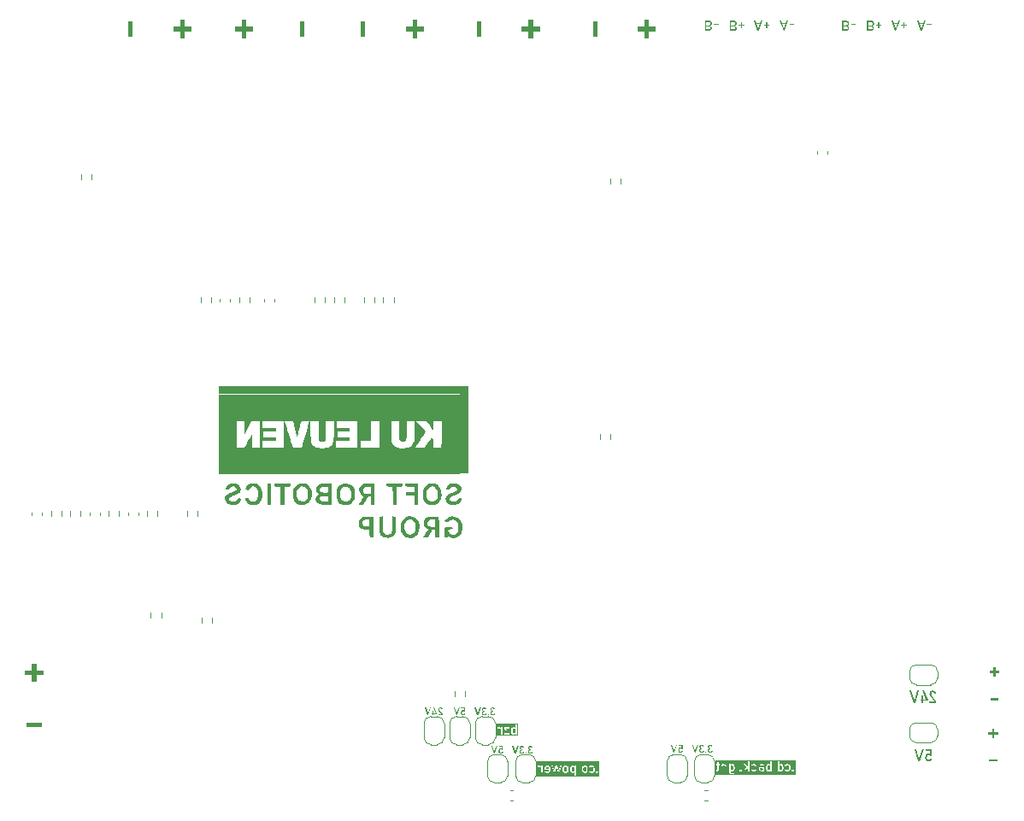
<source format=gbr>
%TF.GenerationSoftware,KiCad,Pcbnew,9.0.0*%
%TF.CreationDate,2025-04-09T12:02:38+02:00*%
%TF.ProjectId,LocalRoboCaster,4c6f6361-6c52-46f6-926f-436173746572,rev?*%
%TF.SameCoordinates,Original*%
%TF.FileFunction,Legend,Bot*%
%TF.FilePolarity,Positive*%
%FSLAX46Y46*%
G04 Gerber Fmt 4.6, Leading zero omitted, Abs format (unit mm)*
G04 Created by KiCad (PCBNEW 9.0.0) date 2025-04-09 12:02:38*
%MOMM*%
%LPD*%
G01*
G04 APERTURE LIST*
%ADD10C,0.150000*%
%ADD11C,0.100000*%
%ADD12C,0.300000*%
%ADD13C,0.120000*%
%ADD14C,0.000000*%
G04 APERTURE END LIST*
D10*
G36*
X123017664Y-33685000D02*
G01*
X123017664Y-33814204D01*
X123287003Y-33814204D01*
X123359936Y-33819978D01*
X123410206Y-33834898D01*
X123443868Y-33856580D01*
X123469300Y-33887440D01*
X123484659Y-33924008D01*
X123490030Y-33968016D01*
X123490030Y-33970031D01*
X123485272Y-34017825D01*
X123471963Y-34056501D01*
X123450707Y-34088000D01*
X123421388Y-34111122D01*
X123379644Y-34126344D01*
X123321136Y-34132086D01*
X123017664Y-34132086D01*
X123017664Y-34257871D01*
X123321136Y-34257871D01*
X123371382Y-34262518D01*
X123409280Y-34275089D01*
X123437701Y-34294446D01*
X123458823Y-34321286D01*
X123472170Y-34356130D01*
X123477024Y-34401425D01*
X123471621Y-34449122D01*
X123456794Y-34485321D01*
X123433244Y-34512800D01*
X123401928Y-34532155D01*
X123359333Y-34544957D01*
X123302024Y-34549741D01*
X123017664Y-34549741D01*
X123017664Y-34678946D01*
X123327303Y-34678946D01*
X123401292Y-34673596D01*
X123460667Y-34658863D01*
X123508191Y-34636109D01*
X123546023Y-34605795D01*
X123576742Y-34567202D01*
X123599017Y-34522492D01*
X123612930Y-34470484D01*
X123617830Y-34409607D01*
X123612961Y-34361319D01*
X123598497Y-34316154D01*
X123574050Y-34273197D01*
X123540713Y-34238008D01*
X123495877Y-34211622D01*
X123436663Y-34194307D01*
X123494776Y-34178711D01*
X123541833Y-34151690D01*
X123579911Y-34112913D01*
X123608165Y-34065687D01*
X123625072Y-34014386D01*
X123630836Y-33957758D01*
X123630836Y-33955682D01*
X123625593Y-33896008D01*
X123610579Y-33844346D01*
X123586245Y-33799198D01*
X123552190Y-33759494D01*
X123510919Y-33727832D01*
X123462591Y-33704695D01*
X123405845Y-33690147D01*
X123338905Y-33685000D01*
X123017664Y-33685000D01*
G37*
G36*
X122935599Y-33685000D02*
G01*
X122935599Y-34678946D01*
X123074390Y-34678946D01*
X123074390Y-33685000D01*
X122935599Y-33685000D01*
G37*
G36*
X123825620Y-34107479D02*
G01*
X124285041Y-34107479D01*
X124285041Y-33974855D01*
X123825620Y-33974855D01*
X123825620Y-34107479D01*
G37*
G36*
X86750693Y-33764753D02*
G01*
X86750693Y-35257870D01*
X87181720Y-35257870D01*
X87181720Y-33764753D01*
X86750693Y-33764753D01*
G37*
G36*
X91879682Y-33609170D02*
G01*
X91879682Y-35413255D01*
X92310710Y-35413255D01*
X92310710Y-33609170D01*
X91879682Y-33609170D01*
G37*
G36*
X91193253Y-34737939D02*
G01*
X92997139Y-34737939D01*
X92997139Y-34284685D01*
X91193253Y-34284685D01*
X91193253Y-34737939D01*
G37*
G36*
X132254874Y-101278000D02*
G01*
X132254874Y-101132773D01*
X131838977Y-100578244D01*
X131806562Y-100529334D01*
X131782777Y-100479838D01*
X131767479Y-100429257D01*
X131762700Y-100383851D01*
X131762700Y-100382239D01*
X131767769Y-100336435D01*
X131781886Y-100300265D01*
X131804539Y-100271524D01*
X131834725Y-100250432D01*
X131873535Y-100236993D01*
X131923460Y-100232103D01*
X131969862Y-100237176D01*
X132008549Y-100251611D01*
X132041210Y-100275187D01*
X132066764Y-100306514D01*
X132085358Y-100346420D01*
X132096531Y-100396967D01*
X132096531Y-100397773D01*
X132269675Y-100397773D01*
X132269675Y-100396967D01*
X132253310Y-100320723D01*
X132228805Y-100256608D01*
X132196775Y-100202797D01*
X132157274Y-100157877D01*
X132109788Y-100121268D01*
X132056112Y-100094933D01*
X131995063Y-100078640D01*
X131925072Y-100072954D01*
X131844518Y-100078733D01*
X131777773Y-100094872D01*
X131722414Y-100120157D01*
X131676531Y-100154214D01*
X131639167Y-100197475D01*
X131611962Y-100248964D01*
X131594836Y-100310337D01*
X131588750Y-100383851D01*
X131588750Y-100384657D01*
X131595066Y-100448031D01*
X131615055Y-100517134D01*
X131646158Y-100584443D01*
X131688035Y-100649612D01*
X132033370Y-101118851D01*
X131582229Y-101118851D01*
X131582229Y-101278000D01*
X132254874Y-101278000D01*
G37*
G36*
X131434950Y-101095037D02*
G01*
X131434950Y-100949884D01*
X131034587Y-100086070D01*
X130862323Y-100086070D01*
X131252794Y-100940065D01*
X130667930Y-100940065D01*
X130667930Y-101095037D01*
X131434950Y-101095037D01*
G37*
G36*
X130920575Y-101278806D02*
G01*
X130920575Y-100576632D01*
X130757323Y-100576632D01*
X130757323Y-101278806D01*
X130920575Y-101278806D01*
G37*
G36*
X130172679Y-101278000D02*
G01*
X130561465Y-100085264D01*
X130379382Y-100085264D01*
X130093104Y-101020445D01*
X129806754Y-100085264D01*
X129624671Y-100085264D01*
X130013530Y-101278000D01*
X130172679Y-101278000D01*
G37*
G36*
X111883470Y-33685000D02*
G01*
X111883470Y-33814204D01*
X112152809Y-33814204D01*
X112225742Y-33819978D01*
X112276012Y-33834898D01*
X112309674Y-33856580D01*
X112335106Y-33887440D01*
X112350465Y-33924008D01*
X112355836Y-33968016D01*
X112355836Y-33970031D01*
X112351078Y-34017825D01*
X112337769Y-34056501D01*
X112316513Y-34088000D01*
X112287194Y-34111122D01*
X112245450Y-34126344D01*
X112186942Y-34132086D01*
X111883470Y-34132086D01*
X111883470Y-34257871D01*
X112186942Y-34257871D01*
X112237188Y-34262518D01*
X112275086Y-34275089D01*
X112303507Y-34294446D01*
X112324629Y-34321286D01*
X112337976Y-34356130D01*
X112342830Y-34401425D01*
X112337427Y-34449122D01*
X112322600Y-34485321D01*
X112299050Y-34512800D01*
X112267734Y-34532155D01*
X112225139Y-34544957D01*
X112167830Y-34549741D01*
X111883470Y-34549741D01*
X111883470Y-34678946D01*
X112193109Y-34678946D01*
X112267098Y-34673596D01*
X112326473Y-34658863D01*
X112373997Y-34636109D01*
X112411829Y-34605795D01*
X112442548Y-34567202D01*
X112464823Y-34522492D01*
X112478736Y-34470484D01*
X112483636Y-34409607D01*
X112478767Y-34361319D01*
X112464303Y-34316154D01*
X112439856Y-34273197D01*
X112406519Y-34238008D01*
X112361683Y-34211622D01*
X112302469Y-34194307D01*
X112360582Y-34178711D01*
X112407639Y-34151690D01*
X112445717Y-34112913D01*
X112473971Y-34065687D01*
X112490878Y-34014386D01*
X112496642Y-33957758D01*
X112496642Y-33955682D01*
X112491399Y-33896008D01*
X112476385Y-33844346D01*
X112452051Y-33799198D01*
X112417996Y-33759494D01*
X112376725Y-33727832D01*
X112328397Y-33704695D01*
X112271651Y-33690147D01*
X112204711Y-33685000D01*
X111883470Y-33685000D01*
G37*
G36*
X111801405Y-33685000D02*
G01*
X111801405Y-34678946D01*
X111940196Y-34678946D01*
X111940196Y-33685000D01*
X111801405Y-33685000D01*
G37*
G36*
X112677748Y-34209328D02*
G01*
X113232851Y-34209328D01*
X113232851Y-34076704D01*
X112677748Y-34076704D01*
X112677748Y-34209328D01*
G37*
G36*
X113025061Y-34420537D02*
G01*
X113025061Y-33865495D01*
X112885599Y-33865495D01*
X112885599Y-34420537D01*
X113025061Y-34420537D01*
G37*
D11*
G36*
X92059252Y-106340206D02*
G01*
X92103562Y-106337327D01*
X92142592Y-106329086D01*
X92177124Y-106315879D01*
X92208769Y-106297152D01*
X92235680Y-106273845D01*
X92258310Y-106245635D01*
X92275854Y-106213796D01*
X92289073Y-106176867D01*
X92297682Y-106134016D01*
X92183963Y-106134016D01*
X92175522Y-106166626D01*
X92161963Y-106191134D01*
X92143516Y-106209243D01*
X92120520Y-106222066D01*
X92092809Y-106230150D01*
X92059252Y-106233032D01*
X92023593Y-106229411D01*
X91995551Y-106219393D01*
X91973425Y-106203528D01*
X91956879Y-106182002D01*
X91946524Y-106154827D01*
X91942797Y-106120339D01*
X91942797Y-106096305D01*
X91946411Y-106057580D01*
X91956316Y-106027510D01*
X91971764Y-106004177D01*
X91993074Y-105986478D01*
X92019861Y-105975519D01*
X92053781Y-105971595D01*
X92110104Y-105971595D01*
X92110104Y-105865496D01*
X92053781Y-105865496D01*
X92023661Y-105862112D01*
X92000012Y-105852703D01*
X91981339Y-105837603D01*
X91967732Y-105817554D01*
X91959048Y-105791844D01*
X91955889Y-105758859D01*
X91955889Y-105734288D01*
X91959188Y-105704066D01*
X91968351Y-105680314D01*
X91983000Y-105661553D01*
X92002542Y-105647764D01*
X92027606Y-105638996D01*
X92059790Y-105635810D01*
X92087012Y-105638576D01*
X92110543Y-105646535D01*
X92131157Y-105659599D01*
X92147800Y-105677366D01*
X92161314Y-105701866D01*
X92171360Y-105734826D01*
X92284591Y-105734826D01*
X92272810Y-105686217D01*
X92256083Y-105645341D01*
X92234766Y-105611066D01*
X92208875Y-105582516D01*
X92178004Y-105559248D01*
X92143380Y-105542538D01*
X92104290Y-105532225D01*
X92059790Y-105528636D01*
X92008447Y-105532461D01*
X91965787Y-105543169D01*
X91930266Y-105560008D01*
X91900690Y-105582809D01*
X91876787Y-105611511D01*
X91859315Y-105645706D01*
X91848290Y-105686499D01*
X91844367Y-105735363D01*
X91844367Y-105748503D01*
X91848088Y-105787168D01*
X91858876Y-105821399D01*
X91876656Y-105852111D01*
X91900589Y-105878396D01*
X91930682Y-105899978D01*
X91967954Y-105916933D01*
X91927120Y-105930409D01*
X91893910Y-105951531D01*
X91867033Y-105980632D01*
X91847700Y-106015624D01*
X91835548Y-106057468D01*
X91831227Y-106107785D01*
X91831227Y-106120925D01*
X91835379Y-106172783D01*
X91847049Y-106216073D01*
X91865537Y-106252357D01*
X91890822Y-106282809D01*
X91922122Y-106306966D01*
X91959720Y-106324808D01*
X92004885Y-106336153D01*
X92059252Y-106340206D01*
G37*
G36*
X91686928Y-106332000D02*
G01*
X91686928Y-106214958D01*
X91569887Y-106214958D01*
X91569887Y-106332000D01*
X91686928Y-106332000D01*
G37*
G36*
X91214367Y-106340206D02*
G01*
X91258677Y-106337327D01*
X91297707Y-106329086D01*
X91332239Y-106315879D01*
X91363884Y-106297152D01*
X91390795Y-106273845D01*
X91413425Y-106245635D01*
X91430969Y-106213796D01*
X91444189Y-106176867D01*
X91452797Y-106134016D01*
X91339078Y-106134016D01*
X91330637Y-106166626D01*
X91317078Y-106191134D01*
X91298631Y-106209243D01*
X91275635Y-106222066D01*
X91247924Y-106230150D01*
X91214367Y-106233032D01*
X91178708Y-106229411D01*
X91150666Y-106219393D01*
X91128540Y-106203528D01*
X91111994Y-106182002D01*
X91101639Y-106154827D01*
X91097912Y-106120339D01*
X91097912Y-106096305D01*
X91101527Y-106057580D01*
X91111431Y-106027510D01*
X91126880Y-106004177D01*
X91148189Y-105986478D01*
X91174976Y-105975519D01*
X91208896Y-105971595D01*
X91265219Y-105971595D01*
X91265219Y-105865496D01*
X91208896Y-105865496D01*
X91178776Y-105862112D01*
X91155127Y-105852703D01*
X91136454Y-105837603D01*
X91122847Y-105817554D01*
X91114164Y-105791844D01*
X91111004Y-105758859D01*
X91111004Y-105734288D01*
X91114303Y-105704066D01*
X91123466Y-105680314D01*
X91138115Y-105661553D01*
X91157657Y-105647764D01*
X91182721Y-105638996D01*
X91214905Y-105635810D01*
X91242127Y-105638576D01*
X91265658Y-105646535D01*
X91286273Y-105659599D01*
X91302915Y-105677366D01*
X91316429Y-105701866D01*
X91326475Y-105734826D01*
X91439706Y-105734826D01*
X91427925Y-105686217D01*
X91411199Y-105645341D01*
X91389881Y-105611066D01*
X91363991Y-105582516D01*
X91333119Y-105559248D01*
X91298495Y-105542538D01*
X91259405Y-105532225D01*
X91214905Y-105528636D01*
X91163563Y-105532461D01*
X91120902Y-105543169D01*
X91085381Y-105560008D01*
X91055805Y-105582809D01*
X91031902Y-105611511D01*
X91014430Y-105645706D01*
X91003405Y-105686499D01*
X90999483Y-105735363D01*
X90999483Y-105748503D01*
X91003203Y-105787168D01*
X91013992Y-105821399D01*
X91031771Y-105852111D01*
X91055704Y-105878396D01*
X91085797Y-105899978D01*
X91123069Y-105916933D01*
X91082235Y-105930409D01*
X91049025Y-105951531D01*
X91022148Y-105980632D01*
X91002815Y-106015624D01*
X90990663Y-106057468D01*
X90986342Y-106107785D01*
X90986342Y-106120925D01*
X90990494Y-106172783D01*
X91002164Y-106216073D01*
X91020652Y-106252357D01*
X91045938Y-106282809D01*
X91077237Y-106306966D01*
X91114835Y-106324808D01*
X91160000Y-106336153D01*
X91214367Y-106340206D01*
G37*
G36*
X90634779Y-106332000D02*
G01*
X90893970Y-105536842D01*
X90772581Y-105536842D01*
X90581730Y-106160297D01*
X90390829Y-105536842D01*
X90269441Y-105536842D01*
X90528680Y-106332000D01*
X90634779Y-106332000D01*
G37*
G36*
X89129385Y-106340206D02*
G01*
X89174281Y-106336696D01*
X89213476Y-106326646D01*
X89247941Y-106310436D01*
X89278422Y-106287987D01*
X89304052Y-106260211D01*
X89324810Y-106226994D01*
X89340723Y-106187498D01*
X89351451Y-106140611D01*
X89351451Y-106140025D01*
X89239881Y-106140025D01*
X89239881Y-106140611D01*
X89233037Y-106168383D01*
X89221364Y-106190740D01*
X89204905Y-106208706D01*
X89184326Y-106221888D01*
X89159519Y-106230110D01*
X89129385Y-106233032D01*
X89095354Y-106228784D01*
X89068289Y-106216823D01*
X89046538Y-106197226D01*
X89031004Y-106171732D01*
X89020957Y-106138779D01*
X89017278Y-106096305D01*
X89017278Y-106029578D01*
X89020964Y-105987105D01*
X89031015Y-105954263D01*
X89046538Y-105928950D01*
X89068270Y-105909499D01*
X89095334Y-105897613D01*
X89129385Y-105893388D01*
X89157573Y-105897410D01*
X89185219Y-105909801D01*
X89209969Y-105929127D01*
X89232211Y-105955768D01*
X89333914Y-105955768D01*
X89333914Y-105536842D01*
X88928715Y-105536842D01*
X88928715Y-105642942D01*
X89222393Y-105642942D01*
X89222393Y-105821776D01*
X89200412Y-105806771D01*
X89175889Y-105795545D01*
X89149853Y-105788536D01*
X89123377Y-105786214D01*
X89072081Y-105790605D01*
X89029171Y-105802984D01*
X88993062Y-105822721D01*
X88962616Y-105849962D01*
X88938837Y-105883126D01*
X88921131Y-105923144D01*
X88909812Y-105971388D01*
X88905756Y-106029578D01*
X88905756Y-106096305D01*
X88909920Y-106154677D01*
X88921546Y-106203066D01*
X88939758Y-106243216D01*
X88964277Y-106276508D01*
X88995467Y-106303655D01*
X89032523Y-106323391D01*
X89076625Y-106335800D01*
X89129385Y-106340206D01*
G37*
G36*
X88548234Y-106332000D02*
G01*
X88807424Y-105536842D01*
X88686036Y-105536842D01*
X88495184Y-106160297D01*
X88304284Y-105536842D01*
X88182895Y-105536842D01*
X88442135Y-106332000D01*
X88548234Y-106332000D01*
G37*
D10*
G36*
X96330561Y-107625293D02*
G01*
X96363913Y-107637365D01*
X96391302Y-107657518D01*
X96411418Y-107685237D01*
X96423436Y-107718929D01*
X96427782Y-107761807D01*
X96427782Y-107955247D01*
X96423438Y-107998807D01*
X96411418Y-108033161D01*
X96391279Y-108061575D01*
X96363913Y-108082376D01*
X96330516Y-108094952D01*
X96288320Y-108099473D01*
X96244124Y-108094410D01*
X96209177Y-108080272D01*
X96181341Y-108057463D01*
X96161082Y-108027262D01*
X96148136Y-107988523D01*
X96143423Y-107938822D01*
X96143423Y-107785010D01*
X96148141Y-107734381D01*
X96161097Y-107694874D01*
X96181341Y-107664049D01*
X96209263Y-107640590D01*
X96244212Y-107626113D01*
X96288320Y-107620940D01*
X96330561Y-107625293D01*
G37*
G36*
X97476829Y-107625440D02*
G01*
X97511801Y-107639917D01*
X97539759Y-107663377D01*
X97560003Y-107694202D01*
X97572959Y-107733709D01*
X97577678Y-107784338D01*
X97577678Y-107938822D01*
X97572951Y-107988982D01*
X97559992Y-108027922D01*
X97539759Y-108058135D01*
X97511886Y-108080946D01*
X97476917Y-108095083D01*
X97432720Y-108100144D01*
X97390606Y-108095548D01*
X97357249Y-108082742D01*
X97329879Y-108061529D01*
X97309743Y-108032489D01*
X97297657Y-107997499D01*
X97293318Y-107953843D01*
X97293318Y-107763150D01*
X97297661Y-107720184D01*
X97309743Y-107685908D01*
X97329860Y-107657578D01*
X97357249Y-107637060D01*
X97390565Y-107624713D01*
X97432720Y-107620268D01*
X97476829Y-107625440D01*
G37*
G36*
X93774462Y-107627099D02*
G01*
X93814487Y-107644462D01*
X93846868Y-107672903D01*
X93870099Y-107709966D01*
X93885096Y-107757937D01*
X93889197Y-107804183D01*
X93576125Y-107804183D01*
X93584547Y-107747959D01*
X93599791Y-107703851D01*
X93620944Y-107669483D01*
X93649584Y-107642522D01*
X93683508Y-107626504D01*
X93724442Y-107620940D01*
X93774462Y-107627099D01*
G37*
G36*
X95580415Y-107633182D02*
G01*
X95617302Y-107648333D01*
X95646938Y-107672903D01*
X95668432Y-107705277D01*
X95682210Y-107747009D01*
X95687238Y-107800764D01*
X95687238Y-107918306D01*
X95682226Y-107972068D01*
X95668458Y-108014051D01*
X95646938Y-108046838D01*
X95617250Y-108071806D01*
X95580362Y-108087163D01*
X95534098Y-108092634D01*
X95487393Y-108087137D01*
X95450435Y-108071759D01*
X95420952Y-108046838D01*
X95399607Y-108014075D01*
X95385937Y-107972092D01*
X95380958Y-107918306D01*
X95380958Y-107800764D01*
X95385952Y-107746984D01*
X95399633Y-107705252D01*
X95420952Y-107672903D01*
X95450383Y-107648379D01*
X95487339Y-107633208D01*
X95534098Y-107627779D01*
X95580415Y-107633182D01*
G37*
G36*
X98908782Y-108614561D02*
G01*
X92659990Y-108614561D01*
X92659990Y-107550537D01*
X92771101Y-107550537D01*
X92862020Y-107673574D01*
X92882750Y-107653865D01*
X92908548Y-107639441D01*
X92937993Y-107630839D01*
X92973456Y-107627779D01*
X93016199Y-107632252D01*
X93049809Y-107644647D01*
X93076343Y-107664354D01*
X93096110Y-107690861D01*
X93108477Y-107724064D01*
X93112918Y-107765898D01*
X93112918Y-108215000D01*
X93252381Y-108215000D01*
X93252381Y-107869762D01*
X93443501Y-107869762D01*
X93443501Y-107916290D01*
X93889961Y-107916290D01*
X93884794Y-107967078D01*
X93868859Y-108011229D01*
X93843754Y-108045495D01*
X93809757Y-108070913D01*
X93766768Y-108086878D01*
X93712168Y-108092634D01*
X93670276Y-108088424D01*
X93628088Y-108075537D01*
X93588591Y-108055017D01*
X93553533Y-108027665D01*
X93461942Y-108119317D01*
X93517999Y-108164280D01*
X93580216Y-108197597D01*
X93646600Y-108218463D01*
X93712168Y-108225258D01*
X93785951Y-108219473D01*
X93847435Y-108203236D01*
X93898849Y-108177572D01*
X93941879Y-108142581D01*
X93976121Y-108099032D01*
X94001395Y-108046603D01*
X94017466Y-107983496D01*
X94023212Y-107907376D01*
X94023212Y-107827386D01*
X94017629Y-107747807D01*
X94002049Y-107681880D01*
X93977677Y-107627235D01*
X93944932Y-107581983D01*
X93903072Y-107544883D01*
X93853501Y-107517996D01*
X93809603Y-107505413D01*
X94139044Y-107505413D01*
X94357824Y-108215000D01*
X94463093Y-108215000D01*
X94636017Y-107724865D01*
X94809002Y-108215000D01*
X94914271Y-108215000D01*
X95041953Y-107800764D01*
X95241495Y-107800764D01*
X95241495Y-107918306D01*
X95246905Y-107991422D01*
X95262047Y-108052196D01*
X95285853Y-108102810D01*
X95318065Y-108144963D01*
X95358708Y-108179057D01*
X95407130Y-108203961D01*
X95464894Y-108219670D01*
X95534098Y-108225258D01*
X95603256Y-108219631D01*
X95661005Y-108203806D01*
X95709444Y-108178700D01*
X95750131Y-108144291D01*
X95782339Y-108101823D01*
X95806149Y-108050878D01*
X95821292Y-107989758D01*
X95826701Y-107916290D01*
X95826701Y-107800764D01*
X95825481Y-107784338D01*
X96003960Y-107784338D01*
X96003960Y-107938822D01*
X96008563Y-108007265D01*
X96021400Y-108064030D01*
X96041438Y-108111103D01*
X96068257Y-108150092D01*
X96102858Y-108182386D01*
X96143659Y-108205627D01*
X96191902Y-108220130D01*
X96249363Y-108225258D01*
X96292628Y-108221560D01*
X96330826Y-108210896D01*
X96364890Y-108193506D01*
X96394612Y-108169578D01*
X96418667Y-108139869D01*
X96427782Y-108122174D01*
X96427782Y-108503450D01*
X96567245Y-108503450D01*
X96567245Y-108215000D01*
X97153855Y-108215000D01*
X97293318Y-108215000D01*
X97293318Y-108120381D01*
X97309130Y-108148120D01*
X97349677Y-108189415D01*
X97382797Y-108209913D01*
X97422871Y-108222758D01*
X97471676Y-108227334D01*
X97529514Y-108222168D01*
X97577926Y-108207579D01*
X97618734Y-108184226D01*
X97653210Y-108151802D01*
X97679827Y-108112674D01*
X97699758Y-108065297D01*
X97712549Y-108008021D01*
X97717140Y-107938822D01*
X97717140Y-107782262D01*
X97712627Y-107712592D01*
X97700077Y-107655081D01*
X97680983Y-107608667D01*
X97849703Y-107608667D01*
X97950209Y-107698914D01*
X97982443Y-107668606D01*
X98020002Y-107646280D01*
X98061319Y-107632405D01*
X98104693Y-107627779D01*
X98156634Y-107633286D01*
X98197503Y-107648564D01*
X98229806Y-107672903D01*
X98253720Y-107705590D01*
X98268805Y-107747112D01*
X98274258Y-107800031D01*
X98274258Y-107916962D01*
X98268774Y-107971304D01*
X98253656Y-108013699D01*
X98229806Y-108046838D01*
X98197451Y-108071568D01*
X98156580Y-108087057D01*
X98104693Y-108092634D01*
X98061383Y-108087702D01*
X98020002Y-108072850D01*
X97982534Y-108049028D01*
X97950209Y-108016735D01*
X97849703Y-108113822D01*
X97878787Y-108146249D01*
X97914189Y-108173656D01*
X97956743Y-108196193D01*
X98002431Y-108212101D01*
X98052219Y-108221888D01*
X98106769Y-108225258D01*
X98179608Y-108219605D01*
X98240290Y-108203745D01*
X98291007Y-108178700D01*
X98333426Y-108144596D01*
X98367342Y-108102061D01*
X98375310Y-108085795D01*
X98549520Y-108085795D01*
X98549520Y-108218419D01*
X98631525Y-108218419D01*
X98681763Y-108212530D01*
X98721783Y-108196013D01*
X98753951Y-108169204D01*
X98777286Y-108133925D01*
X98792226Y-108088608D01*
X98797671Y-108030413D01*
X98797671Y-107221053D01*
X98658208Y-107221053D01*
X98658208Y-108031817D01*
X98655140Y-108055199D01*
X98646912Y-108071446D01*
X98633564Y-108082099D01*
X98615160Y-108085795D01*
X98549520Y-108085795D01*
X98375310Y-108085795D01*
X98392280Y-108051152D01*
X98408085Y-107990187D01*
X98413721Y-107916962D01*
X98413721Y-107800031D01*
X98408089Y-107727552D01*
X98392296Y-107667238D01*
X98367365Y-107616891D01*
X98333426Y-107574839D01*
X98291071Y-107541189D01*
X98240378Y-107516439D01*
X98179674Y-107500750D01*
X98106769Y-107495155D01*
X98051784Y-107498578D01*
X98001891Y-107508498D01*
X97956376Y-107524586D01*
X97914154Y-107547375D01*
X97878856Y-107575331D01*
X97849703Y-107608667D01*
X97680983Y-107608667D01*
X97680573Y-107607670D01*
X97654614Y-107568672D01*
X97620753Y-107536091D01*
X97580991Y-107512759D01*
X97534153Y-107498256D01*
X97478515Y-107493140D01*
X97437530Y-107496827D01*
X97399369Y-107507717D01*
X97363355Y-107525929D01*
X97331127Y-107550402D01*
X97303047Y-107580919D01*
X97293318Y-107595941D01*
X97293318Y-107221053D01*
X97153855Y-107221053D01*
X97153855Y-108215000D01*
X96567245Y-108215000D01*
X96567245Y-107505413D01*
X96427782Y-107505413D01*
X96427782Y-107601856D01*
X96417934Y-107585952D01*
X96389957Y-107554238D01*
X96358051Y-107529043D01*
X96322157Y-107510231D01*
X96283892Y-107498973D01*
X96242524Y-107495155D01*
X96186518Y-107500290D01*
X96139546Y-107514819D01*
X96099838Y-107538152D01*
X96066181Y-107570687D01*
X96040362Y-107609665D01*
X96020951Y-107657076D01*
X96008455Y-107714613D01*
X96003960Y-107784338D01*
X95825481Y-107784338D01*
X95821295Y-107728007D01*
X95806160Y-107667519D01*
X95782357Y-107617128D01*
X95750131Y-107575144D01*
X95709507Y-107541193D01*
X95661093Y-107516381D01*
X95603323Y-107500725D01*
X95534098Y-107495155D01*
X95464873Y-107500725D01*
X95407102Y-107516381D01*
X95358688Y-107541193D01*
X95318065Y-107575144D01*
X95285839Y-107617128D01*
X95262035Y-107667519D01*
X95246901Y-107728007D01*
X95241495Y-107800764D01*
X95041953Y-107800764D01*
X95132990Y-107505413D01*
X94987421Y-107505413D01*
X94861636Y-108011973D01*
X94684560Y-107505413D01*
X94587474Y-107505413D01*
X94410459Y-108011973D01*
X94284674Y-107505413D01*
X94139044Y-107505413D01*
X93809603Y-107505413D01*
X93794671Y-107501133D01*
X93724442Y-107495155D01*
X93659399Y-107501699D01*
X93604406Y-107520350D01*
X93557384Y-107550676D01*
X93517018Y-107593646D01*
X93486675Y-107643973D01*
X93463701Y-107705262D01*
X93448850Y-107779670D01*
X93447395Y-107804183D01*
X93443501Y-107869762D01*
X93252381Y-107869762D01*
X93252381Y-107505413D01*
X93112918Y-107505413D01*
X93112918Y-107605671D01*
X93103083Y-107589557D01*
X93075002Y-107557009D01*
X93042882Y-107530753D01*
X93006663Y-107510909D01*
X92968502Y-107499128D01*
X92927660Y-107495155D01*
X92880606Y-107498800D01*
X92839855Y-107509199D01*
X92802846Y-107526620D01*
X92771101Y-107550537D01*
X92659990Y-107550537D01*
X92659990Y-107109942D01*
X98908782Y-107109942D01*
X98908782Y-108614561D01*
G37*
G36*
X114204746Y-33685000D02*
G01*
X114571171Y-34678946D01*
X114690056Y-34678946D01*
X115056482Y-33685000D01*
X114906089Y-33685000D01*
X114630583Y-34486849D01*
X114355138Y-33685000D01*
X114204746Y-33685000D01*
G37*
G36*
X114373579Y-33903047D02*
G01*
X114373579Y-34035671D01*
X114896503Y-34035671D01*
X114896503Y-33903047D01*
X114373579Y-33903047D01*
G37*
G36*
X115178725Y-34209328D02*
G01*
X115733828Y-34209328D01*
X115733828Y-34076704D01*
X115178725Y-34076704D01*
X115178725Y-34209328D01*
G37*
G36*
X115526038Y-34420537D02*
G01*
X115526038Y-33865495D01*
X115386576Y-33865495D01*
X115386576Y-34420537D01*
X115526038Y-34420537D01*
G37*
G36*
X42164753Y-103654306D02*
G01*
X43657870Y-103654306D01*
X43657870Y-103223279D01*
X42164753Y-103223279D01*
X42164753Y-103654306D01*
G37*
G36*
X42009170Y-98525317D02*
G01*
X43813255Y-98525317D01*
X43813255Y-98094289D01*
X42009170Y-98094289D01*
X42009170Y-98525317D01*
G37*
G36*
X43137939Y-99211746D02*
G01*
X43137939Y-97407860D01*
X42684685Y-97407860D01*
X42684685Y-99211746D01*
X43137939Y-99211746D01*
G37*
D11*
G36*
X85389385Y-102540206D02*
G01*
X85434281Y-102536696D01*
X85473476Y-102526646D01*
X85507941Y-102510436D01*
X85538422Y-102487987D01*
X85564052Y-102460211D01*
X85584810Y-102426994D01*
X85600723Y-102387498D01*
X85611451Y-102340611D01*
X85611451Y-102340025D01*
X85499881Y-102340025D01*
X85499881Y-102340611D01*
X85493037Y-102368383D01*
X85481364Y-102390740D01*
X85464905Y-102408706D01*
X85444326Y-102421888D01*
X85419519Y-102430110D01*
X85389385Y-102433032D01*
X85355354Y-102428784D01*
X85328289Y-102416823D01*
X85306538Y-102397226D01*
X85291004Y-102371732D01*
X85280957Y-102338779D01*
X85277278Y-102296305D01*
X85277278Y-102229578D01*
X85280964Y-102187105D01*
X85291015Y-102154263D01*
X85306538Y-102128950D01*
X85328270Y-102109499D01*
X85355334Y-102097613D01*
X85389385Y-102093388D01*
X85417573Y-102097410D01*
X85445219Y-102109801D01*
X85469969Y-102129127D01*
X85492211Y-102155768D01*
X85593914Y-102155768D01*
X85593914Y-101736842D01*
X85188715Y-101736842D01*
X85188715Y-101842942D01*
X85482393Y-101842942D01*
X85482393Y-102021776D01*
X85460412Y-102006771D01*
X85435889Y-101995545D01*
X85409853Y-101988536D01*
X85383377Y-101986214D01*
X85332081Y-101990605D01*
X85289171Y-102002984D01*
X85253062Y-102022721D01*
X85222616Y-102049962D01*
X85198837Y-102083126D01*
X85181131Y-102123144D01*
X85169812Y-102171388D01*
X85165756Y-102229578D01*
X85165756Y-102296305D01*
X85169920Y-102354677D01*
X85181546Y-102403066D01*
X85199758Y-102443216D01*
X85224277Y-102476508D01*
X85255467Y-102503655D01*
X85292523Y-102523391D01*
X85336625Y-102535800D01*
X85389385Y-102540206D01*
G37*
G36*
X84808234Y-102532000D02*
G01*
X85067424Y-101736842D01*
X84946036Y-101736842D01*
X84755184Y-102360297D01*
X84564284Y-101736842D01*
X84442895Y-101736842D01*
X84702135Y-102532000D01*
X84808234Y-102532000D01*
G37*
G36*
X106929385Y-106240206D02*
G01*
X106974281Y-106236696D01*
X107013476Y-106226646D01*
X107047941Y-106210436D01*
X107078422Y-106187987D01*
X107104052Y-106160211D01*
X107124810Y-106126994D01*
X107140723Y-106087498D01*
X107151451Y-106040611D01*
X107151451Y-106040025D01*
X107039881Y-106040025D01*
X107039881Y-106040611D01*
X107033037Y-106068383D01*
X107021364Y-106090740D01*
X107004905Y-106108706D01*
X106984326Y-106121888D01*
X106959519Y-106130110D01*
X106929385Y-106133032D01*
X106895354Y-106128784D01*
X106868289Y-106116823D01*
X106846538Y-106097226D01*
X106831004Y-106071732D01*
X106820957Y-106038779D01*
X106817278Y-105996305D01*
X106817278Y-105929578D01*
X106820964Y-105887105D01*
X106831015Y-105854263D01*
X106846538Y-105828950D01*
X106868270Y-105809499D01*
X106895334Y-105797613D01*
X106929385Y-105793388D01*
X106957573Y-105797410D01*
X106985219Y-105809801D01*
X107009969Y-105829127D01*
X107032211Y-105855768D01*
X107133914Y-105855768D01*
X107133914Y-105436842D01*
X106728715Y-105436842D01*
X106728715Y-105542942D01*
X107022393Y-105542942D01*
X107022393Y-105721776D01*
X107000412Y-105706771D01*
X106975889Y-105695545D01*
X106949853Y-105688536D01*
X106923377Y-105686214D01*
X106872081Y-105690605D01*
X106829171Y-105702984D01*
X106793062Y-105722721D01*
X106762616Y-105749962D01*
X106738837Y-105783126D01*
X106721131Y-105823144D01*
X106709812Y-105871388D01*
X106705756Y-105929578D01*
X106705756Y-105996305D01*
X106709920Y-106054677D01*
X106721546Y-106103066D01*
X106739758Y-106143216D01*
X106764277Y-106176508D01*
X106795467Y-106203655D01*
X106832523Y-106223391D01*
X106876625Y-106235800D01*
X106929385Y-106240206D01*
G37*
G36*
X106348234Y-106232000D02*
G01*
X106607424Y-105436842D01*
X106486036Y-105436842D01*
X106295184Y-106060297D01*
X106104284Y-105436842D01*
X105982895Y-105436842D01*
X106242135Y-106232000D01*
X106348234Y-106232000D01*
G37*
D10*
G36*
X63467682Y-33602370D02*
G01*
X63467682Y-35406455D01*
X63898710Y-35406455D01*
X63898710Y-33602370D01*
X63467682Y-33602370D01*
G37*
G36*
X62781253Y-34731139D02*
G01*
X64585139Y-34731139D01*
X64585139Y-34277885D01*
X62781253Y-34277885D01*
X62781253Y-34731139D01*
G37*
G36*
X69258693Y-33757953D02*
G01*
X69258693Y-35251070D01*
X69689720Y-35251070D01*
X69689720Y-33757953D01*
X69258693Y-33757953D01*
G37*
G36*
X130349198Y-33685000D02*
G01*
X130715623Y-34678946D01*
X130834508Y-34678946D01*
X131200934Y-33685000D01*
X131050541Y-33685000D01*
X130775035Y-34486849D01*
X130499590Y-33685000D01*
X130349198Y-33685000D01*
G37*
G36*
X130518031Y-33903047D02*
G01*
X130518031Y-34035671D01*
X131040955Y-34035671D01*
X131040955Y-33903047D01*
X130518031Y-33903047D01*
G37*
G36*
X131316338Y-34107479D02*
G01*
X131775759Y-34107479D01*
X131775759Y-33974855D01*
X131316338Y-33974855D01*
X131316338Y-34107479D01*
G37*
G36*
X75274493Y-33757953D02*
G01*
X75274493Y-35251070D01*
X75705520Y-35251070D01*
X75705520Y-33757953D01*
X75274493Y-33757953D01*
G37*
G36*
X80403482Y-33602370D02*
G01*
X80403482Y-35406455D01*
X80834510Y-35406455D01*
X80834510Y-33602370D01*
X80403482Y-33602370D01*
G37*
G36*
X79717053Y-34731139D02*
G01*
X81520939Y-34731139D01*
X81520939Y-34277885D01*
X79717053Y-34277885D01*
X79717053Y-34731139D01*
G37*
G36*
X127804746Y-33685000D02*
G01*
X128171171Y-34678946D01*
X128290056Y-34678946D01*
X128656482Y-33685000D01*
X128506089Y-33685000D01*
X128230583Y-34486849D01*
X127955138Y-33685000D01*
X127804746Y-33685000D01*
G37*
G36*
X127973579Y-33903047D02*
G01*
X127973579Y-34035671D01*
X128496503Y-34035671D01*
X128496503Y-33903047D01*
X127973579Y-33903047D01*
G37*
G36*
X128778725Y-34209328D02*
G01*
X129333828Y-34209328D01*
X129333828Y-34076704D01*
X128778725Y-34076704D01*
X128778725Y-34209328D01*
G37*
G36*
X129126038Y-34420537D02*
G01*
X129126038Y-33865495D01*
X128986576Y-33865495D01*
X128986576Y-34420537D01*
X129126038Y-34420537D01*
G37*
G36*
X109417664Y-33685000D02*
G01*
X109417664Y-33814204D01*
X109687003Y-33814204D01*
X109759936Y-33819978D01*
X109810206Y-33834898D01*
X109843868Y-33856580D01*
X109869300Y-33887440D01*
X109884659Y-33924008D01*
X109890030Y-33968016D01*
X109890030Y-33970031D01*
X109885272Y-34017825D01*
X109871963Y-34056501D01*
X109850707Y-34088000D01*
X109821388Y-34111122D01*
X109779644Y-34126344D01*
X109721136Y-34132086D01*
X109417664Y-34132086D01*
X109417664Y-34257871D01*
X109721136Y-34257871D01*
X109771382Y-34262518D01*
X109809280Y-34275089D01*
X109837701Y-34294446D01*
X109858823Y-34321286D01*
X109872170Y-34356130D01*
X109877024Y-34401425D01*
X109871621Y-34449122D01*
X109856794Y-34485321D01*
X109833244Y-34512800D01*
X109801928Y-34532155D01*
X109759333Y-34544957D01*
X109702024Y-34549741D01*
X109417664Y-34549741D01*
X109417664Y-34678946D01*
X109727303Y-34678946D01*
X109801292Y-34673596D01*
X109860667Y-34658863D01*
X109908191Y-34636109D01*
X109946023Y-34605795D01*
X109976742Y-34567202D01*
X109999017Y-34522492D01*
X110012930Y-34470484D01*
X110017830Y-34409607D01*
X110012961Y-34361319D01*
X109998497Y-34316154D01*
X109974050Y-34273197D01*
X109940713Y-34238008D01*
X109895877Y-34211622D01*
X109836663Y-34194307D01*
X109894776Y-34178711D01*
X109941833Y-34151690D01*
X109979911Y-34112913D01*
X110008165Y-34065687D01*
X110025072Y-34014386D01*
X110030836Y-33957758D01*
X110030836Y-33955682D01*
X110025593Y-33896008D01*
X110010579Y-33844346D01*
X109986245Y-33799198D01*
X109952190Y-33759494D01*
X109910919Y-33727832D01*
X109862591Y-33704695D01*
X109805845Y-33690147D01*
X109738905Y-33685000D01*
X109417664Y-33685000D01*
G37*
G36*
X109335599Y-33685000D02*
G01*
X109335599Y-34678946D01*
X109474390Y-34678946D01*
X109474390Y-33685000D01*
X109335599Y-33685000D01*
G37*
G36*
X110225620Y-34107479D02*
G01*
X110685041Y-34107479D01*
X110685041Y-33974855D01*
X110225620Y-33974855D01*
X110225620Y-34107479D01*
G37*
D11*
G36*
X83359916Y-102532000D02*
G01*
X83359916Y-102435182D01*
X83082651Y-102065496D01*
X83061041Y-102032889D01*
X83045184Y-101999892D01*
X83034986Y-101966171D01*
X83031800Y-101935900D01*
X83031800Y-101934826D01*
X83035179Y-101904290D01*
X83044591Y-101880176D01*
X83059692Y-101861016D01*
X83079817Y-101846954D01*
X83105690Y-101837995D01*
X83138973Y-101834735D01*
X83169908Y-101838117D01*
X83195699Y-101847741D01*
X83217473Y-101863458D01*
X83234509Y-101884343D01*
X83246905Y-101910947D01*
X83254354Y-101944644D01*
X83254354Y-101945182D01*
X83369783Y-101945182D01*
X83369783Y-101944644D01*
X83358873Y-101893815D01*
X83342536Y-101851072D01*
X83321183Y-101815198D01*
X83294849Y-101785251D01*
X83263192Y-101760845D01*
X83227408Y-101743289D01*
X83186709Y-101732427D01*
X83140048Y-101728636D01*
X83086345Y-101732489D01*
X83041849Y-101743248D01*
X83004943Y-101760105D01*
X82974354Y-101782809D01*
X82949444Y-101811650D01*
X82931308Y-101845976D01*
X82919891Y-101886891D01*
X82915833Y-101935900D01*
X82915833Y-101936438D01*
X82920044Y-101978687D01*
X82933370Y-102024756D01*
X82954105Y-102069628D01*
X82982023Y-102113074D01*
X83212246Y-102425900D01*
X82911486Y-102425900D01*
X82911486Y-102532000D01*
X83359916Y-102532000D01*
G37*
G36*
X82813300Y-102410025D02*
G01*
X82813300Y-102313256D01*
X82546391Y-101737380D01*
X82431548Y-101737380D01*
X82691862Y-102306710D01*
X82301953Y-102306710D01*
X82301953Y-102410025D01*
X82813300Y-102410025D01*
G37*
G36*
X82470383Y-102532537D02*
G01*
X82470383Y-102064421D01*
X82361548Y-102064421D01*
X82361548Y-102532537D01*
X82470383Y-102532537D01*
G37*
G36*
X81971786Y-102532000D02*
G01*
X82230976Y-101736842D01*
X82109588Y-101736842D01*
X81918736Y-102360297D01*
X81727836Y-101736842D01*
X81606447Y-101736842D01*
X81865687Y-102532000D01*
X81971786Y-102532000D01*
G37*
D10*
G36*
X116749198Y-33685000D02*
G01*
X117115623Y-34678946D01*
X117234508Y-34678946D01*
X117600934Y-33685000D01*
X117450541Y-33685000D01*
X117175035Y-34486849D01*
X116899590Y-33685000D01*
X116749198Y-33685000D01*
G37*
G36*
X116918031Y-33903047D02*
G01*
X116918031Y-34035671D01*
X117440955Y-34035671D01*
X117440955Y-33903047D01*
X116918031Y-33903047D01*
G37*
G36*
X117716338Y-34107479D02*
G01*
X118175759Y-34107479D01*
X118175759Y-33974855D01*
X117716338Y-33974855D01*
X117716338Y-34107479D01*
G37*
G36*
X112051665Y-107478274D02*
G01*
X112086636Y-107492751D01*
X112114594Y-107516211D01*
X112134838Y-107547036D01*
X112147795Y-107586543D01*
X112152513Y-107637172D01*
X112152513Y-107791656D01*
X112147786Y-107841816D01*
X112134827Y-107880756D01*
X112114594Y-107910969D01*
X112086722Y-107933780D01*
X112051753Y-107947917D01*
X112007555Y-107952978D01*
X111965441Y-107948382D01*
X111932084Y-107935576D01*
X111904714Y-107914363D01*
X111884579Y-107885323D01*
X111872493Y-107850333D01*
X111868153Y-107806677D01*
X111868153Y-107615984D01*
X111872496Y-107573018D01*
X111884579Y-107538742D01*
X111904695Y-107510412D01*
X111932084Y-107489894D01*
X111965400Y-107477547D01*
X112007555Y-107473102D01*
X112051665Y-107478274D01*
G37*
G36*
X116877903Y-107478274D02*
G01*
X116912875Y-107492751D01*
X116940833Y-107516211D01*
X116961077Y-107547036D01*
X116974033Y-107586543D01*
X116978752Y-107637172D01*
X116978752Y-107791656D01*
X116974025Y-107841816D01*
X116961066Y-107880756D01*
X116940833Y-107910969D01*
X116912960Y-107933780D01*
X116877991Y-107947917D01*
X116833794Y-107952978D01*
X116791680Y-107948382D01*
X116758323Y-107935576D01*
X116730953Y-107914363D01*
X116710817Y-107885323D01*
X116698731Y-107850333D01*
X116694392Y-107806677D01*
X116694392Y-107615984D01*
X116698735Y-107573018D01*
X116710817Y-107538742D01*
X116730934Y-107510412D01*
X116758323Y-107489894D01*
X116791639Y-107477547D01*
X116833794Y-107473102D01*
X116877903Y-107478274D01*
G37*
G36*
X115036705Y-107763321D02*
G01*
X115063136Y-107771704D01*
X115082817Y-107784512D01*
X115097422Y-107802477D01*
X115106744Y-107826535D01*
X115110172Y-107858640D01*
X115105795Y-107892828D01*
X115093662Y-107918839D01*
X115073963Y-107938690D01*
X115048375Y-107952144D01*
X115013109Y-107961218D01*
X114965275Y-107964641D01*
X114891144Y-107959649D01*
X114846329Y-107947544D01*
X114823466Y-107933280D01*
X114810879Y-107915837D01*
X114806639Y-107894177D01*
X114806639Y-107760210D01*
X115001484Y-107760210D01*
X115036705Y-107763321D01*
G37*
G36*
X115731635Y-107478127D02*
G01*
X115764987Y-107490199D01*
X115792376Y-107510352D01*
X115812492Y-107538071D01*
X115824510Y-107571763D01*
X115828856Y-107614641D01*
X115828856Y-107808081D01*
X115824512Y-107851641D01*
X115812492Y-107885995D01*
X115792353Y-107914409D01*
X115764987Y-107935210D01*
X115731590Y-107947786D01*
X115689394Y-107952307D01*
X115645198Y-107947244D01*
X115610251Y-107933106D01*
X115582415Y-107910297D01*
X115562156Y-107880096D01*
X115549210Y-107841357D01*
X115544497Y-107791656D01*
X115544497Y-107637844D01*
X115549215Y-107587215D01*
X115562171Y-107547708D01*
X115582415Y-107516883D01*
X115610337Y-107493424D01*
X115645286Y-107478947D01*
X115689394Y-107473774D01*
X115731635Y-107478127D01*
G37*
G36*
X118309856Y-108467395D02*
G01*
X110359302Y-108467395D01*
X110359302Y-107358247D01*
X110470413Y-107358247D01*
X110470413Y-107484032D01*
X110577757Y-107484032D01*
X110577757Y-107884651D01*
X110574946Y-107908124D01*
X110567499Y-107924280D01*
X110555082Y-107934927D01*
X110537396Y-107938629D01*
X110470413Y-107938629D01*
X110470413Y-108071253D01*
X110551074Y-108071253D01*
X110607263Y-108065102D01*
X110648251Y-108048531D01*
X110677897Y-108022710D01*
X110698625Y-107988178D01*
X110712162Y-107942725D01*
X110717159Y-107883247D01*
X110717159Y-107637172D01*
X110947114Y-107637172D01*
X110947114Y-108067834D01*
X111086576Y-108067834D01*
X111086576Y-107637844D01*
X111091362Y-107589174D01*
X111104530Y-107551242D01*
X111125228Y-107521645D01*
X111153439Y-107499480D01*
X111189240Y-107485610D01*
X111234893Y-107480613D01*
X111279138Y-107485014D01*
X111313619Y-107497134D01*
X111340528Y-107516211D01*
X111360650Y-107542136D01*
X111373241Y-107574940D01*
X111377775Y-107616656D01*
X111377775Y-108067834D01*
X111517237Y-108067834D01*
X111517237Y-107358247D01*
X111728691Y-107358247D01*
X111728691Y-108046645D01*
X111734292Y-108120277D01*
X111749989Y-108181532D01*
X111774726Y-108232625D01*
X111808314Y-108275257D01*
X111850413Y-108309533D01*
X111900787Y-108334686D01*
X111961104Y-108350608D01*
X112033567Y-108356284D01*
X112086226Y-108352819D01*
X112133723Y-108342796D01*
X112176815Y-108326548D01*
X112216394Y-108303610D01*
X112248810Y-108275790D01*
X112274879Y-108242834D01*
X112180540Y-108157410D01*
X112150245Y-108190969D01*
X112115266Y-108215478D01*
X112076187Y-108230909D01*
X112035582Y-108235995D01*
X111984068Y-108230594D01*
X111943694Y-108215648D01*
X111911934Y-108191909D01*
X111888390Y-108159935D01*
X111873530Y-108119204D01*
X111868153Y-108067162D01*
X111868153Y-107973214D01*
X111883965Y-108000954D01*
X111924512Y-108042249D01*
X111957633Y-108062747D01*
X111997707Y-108075592D01*
X112046512Y-108080168D01*
X112104349Y-108075002D01*
X112128135Y-108067834D01*
X112482729Y-108067834D01*
X112622192Y-108067834D01*
X112622192Y-107938629D01*
X112778508Y-107938629D01*
X112778508Y-108071253D01*
X112860512Y-108071253D01*
X112889679Y-108067834D01*
X113142063Y-108067834D01*
X113293860Y-108067834D01*
X113501700Y-107723859D01*
X113626763Y-107864648D01*
X113626763Y-108067834D01*
X113766226Y-108067834D01*
X113766226Y-107461501D01*
X113919305Y-107461501D01*
X114019811Y-107551748D01*
X114052045Y-107521440D01*
X114089603Y-107499114D01*
X114130920Y-107485239D01*
X114174294Y-107480613D01*
X114226235Y-107486120D01*
X114267105Y-107501398D01*
X114299408Y-107525737D01*
X114323322Y-107558424D01*
X114338407Y-107599946D01*
X114343860Y-107652865D01*
X114343860Y-107769796D01*
X114338376Y-107824138D01*
X114323258Y-107866533D01*
X114299408Y-107899672D01*
X114267052Y-107924402D01*
X114226182Y-107939891D01*
X114174294Y-107945468D01*
X114130984Y-107940536D01*
X114089603Y-107925684D01*
X114052135Y-107901862D01*
X114019811Y-107869569D01*
X113919305Y-107966656D01*
X113948389Y-107999083D01*
X113983790Y-108026490D01*
X114026344Y-108049027D01*
X114072033Y-108064935D01*
X114121820Y-108074722D01*
X114176370Y-108078092D01*
X114249209Y-108072439D01*
X114309892Y-108056579D01*
X114360609Y-108031534D01*
X114403028Y-107997430D01*
X114436943Y-107954895D01*
X114461881Y-107903986D01*
X114477686Y-107843021D01*
X114483323Y-107769796D01*
X114483323Y-107652865D01*
X114480139Y-107611893D01*
X114674015Y-107611893D01*
X114674015Y-108067834D01*
X114806639Y-108067834D01*
X114806639Y-108012149D01*
X114813049Y-108020253D01*
X114838085Y-108041211D01*
X114867031Y-108057178D01*
X114900673Y-108068872D01*
X114937133Y-108075666D01*
X114980296Y-108078092D01*
X115046789Y-108074059D01*
X115100095Y-108063008D01*
X115142571Y-108046142D01*
X115176178Y-108024114D01*
X115203705Y-107994931D01*
X115223918Y-107958733D01*
X115236808Y-107914003D01*
X115241452Y-107858640D01*
X115237181Y-107805859D01*
X115225325Y-107763109D01*
X115206773Y-107728445D01*
X115181613Y-107700431D01*
X115138605Y-107672941D01*
X115080339Y-107654847D01*
X115002155Y-107648102D01*
X114806639Y-107648102D01*
X114806639Y-107637172D01*
X115405034Y-107637172D01*
X115405034Y-107791656D01*
X115409637Y-107860099D01*
X115422474Y-107916864D01*
X115442512Y-107963937D01*
X115469331Y-108002926D01*
X115503932Y-108035220D01*
X115544733Y-108058461D01*
X115592976Y-108072964D01*
X115650437Y-108078092D01*
X115693702Y-108074394D01*
X115731900Y-108063730D01*
X115765964Y-108046340D01*
X115795686Y-108022412D01*
X115819741Y-107992703D01*
X115828856Y-107975008D01*
X115828856Y-108067834D01*
X115968319Y-108067834D01*
X116554929Y-108067834D01*
X116694392Y-108067834D01*
X116694392Y-107973215D01*
X116710204Y-108000954D01*
X116750751Y-108042249D01*
X116783871Y-108062747D01*
X116823945Y-108075592D01*
X116872750Y-108080168D01*
X116930588Y-108075002D01*
X116979000Y-108060413D01*
X117019808Y-108037060D01*
X117054284Y-108004636D01*
X117080901Y-107965508D01*
X117100832Y-107918131D01*
X117113623Y-107860855D01*
X117118214Y-107791656D01*
X117118214Y-107635096D01*
X117113701Y-107565426D01*
X117101151Y-107507915D01*
X117082057Y-107461501D01*
X117250777Y-107461501D01*
X117351283Y-107551748D01*
X117383517Y-107521440D01*
X117421076Y-107499114D01*
X117462393Y-107485239D01*
X117505767Y-107480613D01*
X117557708Y-107486120D01*
X117598577Y-107501398D01*
X117630880Y-107525737D01*
X117654794Y-107558424D01*
X117669879Y-107599946D01*
X117675332Y-107652865D01*
X117675332Y-107769796D01*
X117669848Y-107824138D01*
X117654730Y-107866533D01*
X117630880Y-107899672D01*
X117598525Y-107924402D01*
X117557654Y-107939891D01*
X117505767Y-107945468D01*
X117462457Y-107940536D01*
X117421076Y-107925684D01*
X117383608Y-107901862D01*
X117351283Y-107869569D01*
X117250777Y-107966656D01*
X117279861Y-107999083D01*
X117315263Y-108026490D01*
X117357817Y-108049027D01*
X117403505Y-108064935D01*
X117453293Y-108074722D01*
X117507843Y-108078092D01*
X117580682Y-108072439D01*
X117641364Y-108056579D01*
X117692081Y-108031534D01*
X117734500Y-107997430D01*
X117768416Y-107954895D01*
X117776384Y-107938629D01*
X117950594Y-107938629D01*
X117950594Y-108071253D01*
X118032599Y-108071253D01*
X118082837Y-108065364D01*
X118122857Y-108048847D01*
X118155025Y-108022038D01*
X118178360Y-107986759D01*
X118193300Y-107941442D01*
X118198745Y-107883247D01*
X118198745Y-107073887D01*
X118059282Y-107073887D01*
X118059282Y-107884651D01*
X118056214Y-107908033D01*
X118047986Y-107924280D01*
X118034638Y-107934933D01*
X118016234Y-107938629D01*
X117950594Y-107938629D01*
X117776384Y-107938629D01*
X117793354Y-107903986D01*
X117809159Y-107843021D01*
X117814795Y-107769796D01*
X117814795Y-107652865D01*
X117809163Y-107580386D01*
X117793370Y-107520072D01*
X117768439Y-107469725D01*
X117734500Y-107427673D01*
X117692145Y-107394023D01*
X117641452Y-107369273D01*
X117580748Y-107353584D01*
X117507843Y-107347989D01*
X117452858Y-107351412D01*
X117402965Y-107361332D01*
X117357450Y-107377420D01*
X117315228Y-107400209D01*
X117279930Y-107428165D01*
X117250777Y-107461501D01*
X117082057Y-107461501D01*
X117081647Y-107460504D01*
X117055688Y-107421506D01*
X117021827Y-107388925D01*
X116982065Y-107365593D01*
X116935227Y-107351090D01*
X116879589Y-107345974D01*
X116838604Y-107349661D01*
X116800443Y-107360551D01*
X116764429Y-107378763D01*
X116732201Y-107403236D01*
X116704121Y-107433753D01*
X116694392Y-107448775D01*
X116694392Y-107073887D01*
X116554929Y-107073887D01*
X116554929Y-108067834D01*
X115968319Y-108067834D01*
X115968319Y-107073887D01*
X115828856Y-107073887D01*
X115828856Y-107454690D01*
X115819008Y-107438786D01*
X115791031Y-107407072D01*
X115759125Y-107381877D01*
X115723231Y-107363065D01*
X115684966Y-107351807D01*
X115643598Y-107347989D01*
X115587592Y-107353124D01*
X115540620Y-107367653D01*
X115500912Y-107390986D01*
X115467255Y-107423521D01*
X115441436Y-107462499D01*
X115422025Y-107509910D01*
X115409529Y-107567447D01*
X115405034Y-107637172D01*
X114806639Y-107637172D01*
X114806639Y-107617999D01*
X114811217Y-107572997D01*
X114823883Y-107537605D01*
X114843947Y-107509678D01*
X114871096Y-107488827D01*
X114905566Y-107475745D01*
X114949521Y-107471026D01*
X114990860Y-107474185D01*
X115031892Y-107483727D01*
X115070691Y-107499326D01*
X115104676Y-107520302D01*
X115206587Y-107450571D01*
X115177416Y-107421095D01*
X115142249Y-107395933D01*
X115100280Y-107375039D01*
X115031721Y-107354958D01*
X114953612Y-107347989D01*
X114886946Y-107352877D01*
X114831571Y-107366549D01*
X114785496Y-107388026D01*
X114747166Y-107417048D01*
X114716074Y-107453753D01*
X114693392Y-107497443D01*
X114679097Y-107549526D01*
X114674015Y-107611893D01*
X114480139Y-107611893D01*
X114477691Y-107580386D01*
X114461897Y-107520072D01*
X114436966Y-107469725D01*
X114403028Y-107427673D01*
X114360672Y-107394023D01*
X114309980Y-107369273D01*
X114249275Y-107353584D01*
X114176370Y-107347989D01*
X114121386Y-107351412D01*
X114071493Y-107361332D01*
X114025978Y-107377420D01*
X113983755Y-107400209D01*
X113948458Y-107428165D01*
X113919305Y-107461501D01*
X113766226Y-107461501D01*
X113766226Y-107073887D01*
X113626763Y-107073887D01*
X113626763Y-107702846D01*
X113340999Y-107358247D01*
X113176929Y-107358247D01*
X113414546Y-107625745D01*
X113142063Y-108067834D01*
X112889679Y-108067834D01*
X112910750Y-108065364D01*
X112950770Y-108048847D01*
X112982939Y-108022038D01*
X113006274Y-107986759D01*
X113021214Y-107941442D01*
X113026658Y-107883247D01*
X113026658Y-107073887D01*
X112887196Y-107073887D01*
X112887196Y-107884651D01*
X112884127Y-107908033D01*
X112875899Y-107924280D01*
X112862552Y-107934933D01*
X112844148Y-107938629D01*
X112778508Y-107938629D01*
X112622192Y-107938629D01*
X112622192Y-107358247D01*
X112482729Y-107358247D01*
X112482729Y-108067834D01*
X112128135Y-108067834D01*
X112152761Y-108060413D01*
X112193569Y-108037060D01*
X112228045Y-108004636D01*
X112254663Y-107965508D01*
X112274593Y-107918131D01*
X112287384Y-107860855D01*
X112291976Y-107791656D01*
X112291976Y-107635096D01*
X112287462Y-107565426D01*
X112274912Y-107507915D01*
X112255408Y-107460504D01*
X112229450Y-107421506D01*
X112195588Y-107388925D01*
X112155827Y-107365593D01*
X112108988Y-107351090D01*
X112053350Y-107345974D01*
X112012366Y-107349661D01*
X111974204Y-107360551D01*
X111938190Y-107378763D01*
X111905962Y-107403236D01*
X111877882Y-107433753D01*
X111868153Y-107448775D01*
X111868153Y-107358247D01*
X111728691Y-107358247D01*
X111517237Y-107358247D01*
X111517237Y-107213350D01*
X112482729Y-107213350D01*
X112622192Y-107213350D01*
X112622192Y-107073887D01*
X112482729Y-107073887D01*
X112482729Y-107213350D01*
X111517237Y-107213350D01*
X111517237Y-107073887D01*
X111377775Y-107073887D01*
X111377775Y-107456946D01*
X111367454Y-107440407D01*
X111338911Y-107408219D01*
X111306334Y-107382549D01*
X111269731Y-107363341D01*
X111230895Y-107351871D01*
X111189097Y-107347989D01*
X111132376Y-107353130D01*
X111084772Y-107367677D01*
X111044513Y-107391020D01*
X111010372Y-107423521D01*
X110984086Y-107462567D01*
X110964359Y-107510004D01*
X110951674Y-107567518D01*
X110947114Y-107637172D01*
X110717159Y-107637172D01*
X110717159Y-107484032D01*
X110790310Y-107484032D01*
X110790310Y-107358247D01*
X110717159Y-107358247D01*
X110717159Y-107151801D01*
X110577757Y-107151801D01*
X110577757Y-107358247D01*
X110470413Y-107358247D01*
X110359302Y-107358247D01*
X110359302Y-106962776D01*
X118309856Y-106962776D01*
X118309856Y-108467395D01*
G37*
G36*
X98245693Y-33764753D02*
G01*
X98245693Y-35257870D01*
X98676720Y-35257870D01*
X98676720Y-33764753D01*
X98245693Y-33764753D01*
G37*
G36*
X103374682Y-33609170D02*
G01*
X103374682Y-35413255D01*
X103805710Y-35413255D01*
X103805710Y-33609170D01*
X103374682Y-33609170D01*
G37*
G36*
X102688253Y-34737939D02*
G01*
X104492139Y-34737939D01*
X104492139Y-34284685D01*
X102688253Y-34284685D01*
X102688253Y-34737939D01*
G37*
G36*
X137505409Y-107100713D02*
G01*
X138286424Y-107100713D01*
X138286424Y-106875252D01*
X137505409Y-106875252D01*
X137505409Y-107100713D01*
G37*
G36*
X137424027Y-104417857D02*
G01*
X138367702Y-104417857D01*
X138367702Y-104192396D01*
X137424027Y-104192396D01*
X137424027Y-104417857D01*
G37*
G36*
X138014460Y-104776912D02*
G01*
X138014460Y-103833341D01*
X137777373Y-103833341D01*
X137777373Y-104776912D01*
X138014460Y-104776912D01*
G37*
G36*
X137615409Y-101030713D02*
G01*
X138396424Y-101030713D01*
X138396424Y-100805252D01*
X137615409Y-100805252D01*
X137615409Y-101030713D01*
G37*
G36*
X137534027Y-98347857D02*
G01*
X138477702Y-98347857D01*
X138477702Y-98122396D01*
X137534027Y-98122396D01*
X137534027Y-98347857D01*
G37*
G36*
X138124460Y-98706912D02*
G01*
X138124460Y-97763341D01*
X137887373Y-97763341D01*
X137887373Y-98706912D01*
X138124460Y-98706912D01*
G37*
D11*
G36*
X109859252Y-106240206D02*
G01*
X109903562Y-106237327D01*
X109942592Y-106229086D01*
X109977124Y-106215879D01*
X110008769Y-106197152D01*
X110035680Y-106173845D01*
X110058310Y-106145635D01*
X110075854Y-106113796D01*
X110089073Y-106076867D01*
X110097682Y-106034016D01*
X109983963Y-106034016D01*
X109975522Y-106066626D01*
X109961963Y-106091134D01*
X109943516Y-106109243D01*
X109920520Y-106122066D01*
X109892809Y-106130150D01*
X109859252Y-106133032D01*
X109823593Y-106129411D01*
X109795551Y-106119393D01*
X109773425Y-106103528D01*
X109756879Y-106082002D01*
X109746524Y-106054827D01*
X109742797Y-106020339D01*
X109742797Y-105996305D01*
X109746411Y-105957580D01*
X109756316Y-105927510D01*
X109771764Y-105904177D01*
X109793074Y-105886478D01*
X109819861Y-105875519D01*
X109853781Y-105871595D01*
X109910104Y-105871595D01*
X109910104Y-105765496D01*
X109853781Y-105765496D01*
X109823661Y-105762112D01*
X109800012Y-105752703D01*
X109781339Y-105737603D01*
X109767732Y-105717554D01*
X109759048Y-105691844D01*
X109755889Y-105658859D01*
X109755889Y-105634288D01*
X109759188Y-105604066D01*
X109768351Y-105580314D01*
X109783000Y-105561553D01*
X109802542Y-105547764D01*
X109827606Y-105538996D01*
X109859790Y-105535810D01*
X109887012Y-105538576D01*
X109910543Y-105546535D01*
X109931157Y-105559599D01*
X109947800Y-105577366D01*
X109961314Y-105601866D01*
X109971360Y-105634826D01*
X110084591Y-105634826D01*
X110072810Y-105586217D01*
X110056083Y-105545341D01*
X110034766Y-105511066D01*
X110008875Y-105482516D01*
X109978004Y-105459248D01*
X109943380Y-105442538D01*
X109904290Y-105432225D01*
X109859790Y-105428636D01*
X109808447Y-105432461D01*
X109765787Y-105443169D01*
X109730266Y-105460008D01*
X109700690Y-105482809D01*
X109676787Y-105511511D01*
X109659315Y-105545706D01*
X109648290Y-105586499D01*
X109644367Y-105635363D01*
X109644367Y-105648503D01*
X109648088Y-105687168D01*
X109658876Y-105721399D01*
X109676656Y-105752111D01*
X109700589Y-105778396D01*
X109730682Y-105799978D01*
X109767954Y-105816933D01*
X109727120Y-105830409D01*
X109693910Y-105851531D01*
X109667033Y-105880632D01*
X109647700Y-105915624D01*
X109635548Y-105957468D01*
X109631227Y-106007785D01*
X109631227Y-106020925D01*
X109635379Y-106072783D01*
X109647049Y-106116073D01*
X109665537Y-106152357D01*
X109690822Y-106182809D01*
X109722122Y-106206966D01*
X109759720Y-106224808D01*
X109804885Y-106236153D01*
X109859252Y-106240206D01*
G37*
G36*
X109486928Y-106232000D02*
G01*
X109486928Y-106114958D01*
X109369887Y-106114958D01*
X109369887Y-106232000D01*
X109486928Y-106232000D01*
G37*
G36*
X109014367Y-106240206D02*
G01*
X109058677Y-106237327D01*
X109097707Y-106229086D01*
X109132239Y-106215879D01*
X109163884Y-106197152D01*
X109190795Y-106173845D01*
X109213425Y-106145635D01*
X109230969Y-106113796D01*
X109244189Y-106076867D01*
X109252797Y-106034016D01*
X109139078Y-106034016D01*
X109130637Y-106066626D01*
X109117078Y-106091134D01*
X109098631Y-106109243D01*
X109075635Y-106122066D01*
X109047924Y-106130150D01*
X109014367Y-106133032D01*
X108978708Y-106129411D01*
X108950666Y-106119393D01*
X108928540Y-106103528D01*
X108911994Y-106082002D01*
X108901639Y-106054827D01*
X108897912Y-106020339D01*
X108897912Y-105996305D01*
X108901527Y-105957580D01*
X108911431Y-105927510D01*
X108926880Y-105904177D01*
X108948189Y-105886478D01*
X108974976Y-105875519D01*
X109008896Y-105871595D01*
X109065219Y-105871595D01*
X109065219Y-105765496D01*
X109008896Y-105765496D01*
X108978776Y-105762112D01*
X108955127Y-105752703D01*
X108936454Y-105737603D01*
X108922847Y-105717554D01*
X108914164Y-105691844D01*
X108911004Y-105658859D01*
X108911004Y-105634288D01*
X108914303Y-105604066D01*
X108923466Y-105580314D01*
X108938115Y-105561553D01*
X108957657Y-105547764D01*
X108982721Y-105538996D01*
X109014905Y-105535810D01*
X109042127Y-105538576D01*
X109065658Y-105546535D01*
X109086273Y-105559599D01*
X109102915Y-105577366D01*
X109116429Y-105601866D01*
X109126475Y-105634826D01*
X109239706Y-105634826D01*
X109227925Y-105586217D01*
X109211199Y-105545341D01*
X109189881Y-105511066D01*
X109163991Y-105482516D01*
X109133119Y-105459248D01*
X109098495Y-105442538D01*
X109059405Y-105432225D01*
X109014905Y-105428636D01*
X108963563Y-105432461D01*
X108920902Y-105443169D01*
X108885381Y-105460008D01*
X108855805Y-105482809D01*
X108831902Y-105511511D01*
X108814430Y-105545706D01*
X108803405Y-105586499D01*
X108799483Y-105635363D01*
X108799483Y-105648503D01*
X108803203Y-105687168D01*
X108813992Y-105721399D01*
X108831771Y-105752111D01*
X108855704Y-105778396D01*
X108885797Y-105799978D01*
X108923069Y-105816933D01*
X108882235Y-105830409D01*
X108849025Y-105851531D01*
X108822148Y-105880632D01*
X108802815Y-105915624D01*
X108790663Y-105957468D01*
X108786342Y-106007785D01*
X108786342Y-106020925D01*
X108790494Y-106072783D01*
X108802164Y-106116073D01*
X108820652Y-106152357D01*
X108845938Y-106182809D01*
X108877237Y-106206966D01*
X108914835Y-106224808D01*
X108960000Y-106236153D01*
X109014367Y-106240206D01*
G37*
G36*
X108434779Y-106232000D02*
G01*
X108693970Y-105436842D01*
X108572581Y-105436842D01*
X108381730Y-106060297D01*
X108190829Y-105436842D01*
X108069441Y-105436842D01*
X108328680Y-106232000D01*
X108434779Y-106232000D01*
G37*
D10*
G36*
X125483470Y-33685000D02*
G01*
X125483470Y-33814204D01*
X125752809Y-33814204D01*
X125825742Y-33819978D01*
X125876012Y-33834898D01*
X125909674Y-33856580D01*
X125935106Y-33887440D01*
X125950465Y-33924008D01*
X125955836Y-33968016D01*
X125955836Y-33970031D01*
X125951078Y-34017825D01*
X125937769Y-34056501D01*
X125916513Y-34088000D01*
X125887194Y-34111122D01*
X125845450Y-34126344D01*
X125786942Y-34132086D01*
X125483470Y-34132086D01*
X125483470Y-34257871D01*
X125786942Y-34257871D01*
X125837188Y-34262518D01*
X125875086Y-34275089D01*
X125903507Y-34294446D01*
X125924629Y-34321286D01*
X125937976Y-34356130D01*
X125942830Y-34401425D01*
X125937427Y-34449122D01*
X125922600Y-34485321D01*
X125899050Y-34512800D01*
X125867734Y-34532155D01*
X125825139Y-34544957D01*
X125767830Y-34549741D01*
X125483470Y-34549741D01*
X125483470Y-34678946D01*
X125793109Y-34678946D01*
X125867098Y-34673596D01*
X125926473Y-34658863D01*
X125973997Y-34636109D01*
X126011829Y-34605795D01*
X126042548Y-34567202D01*
X126064823Y-34522492D01*
X126078736Y-34470484D01*
X126083636Y-34409607D01*
X126078767Y-34361319D01*
X126064303Y-34316154D01*
X126039856Y-34273197D01*
X126006519Y-34238008D01*
X125961683Y-34211622D01*
X125902469Y-34194307D01*
X125960582Y-34178711D01*
X126007639Y-34151690D01*
X126045717Y-34112913D01*
X126073971Y-34065687D01*
X126090878Y-34014386D01*
X126096642Y-33957758D01*
X126096642Y-33955682D01*
X126091399Y-33896008D01*
X126076385Y-33844346D01*
X126052051Y-33799198D01*
X126017996Y-33759494D01*
X125976725Y-33727832D01*
X125928397Y-33704695D01*
X125871651Y-33690147D01*
X125804711Y-33685000D01*
X125483470Y-33685000D01*
G37*
G36*
X125401405Y-33685000D02*
G01*
X125401405Y-34678946D01*
X125540196Y-34678946D01*
X125540196Y-33685000D01*
X125401405Y-33685000D01*
G37*
G36*
X126277748Y-34209328D02*
G01*
X126832851Y-34209328D01*
X126832851Y-34076704D01*
X126277748Y-34076704D01*
X126277748Y-34209328D01*
G37*
G36*
X126625061Y-34420537D02*
G01*
X126625061Y-33865495D01*
X126485599Y-33865495D01*
X126485599Y-34420537D01*
X126625061Y-34420537D01*
G37*
G36*
X131504078Y-107100309D02*
G01*
X131571422Y-107095045D01*
X131630214Y-107079969D01*
X131681912Y-107055655D01*
X131727633Y-107021981D01*
X131766078Y-106980316D01*
X131797215Y-106930492D01*
X131821084Y-106871247D01*
X131837176Y-106800916D01*
X131837176Y-106800037D01*
X131669821Y-106800037D01*
X131669821Y-106800916D01*
X131659555Y-106842574D01*
X131642046Y-106876110D01*
X131617358Y-106903059D01*
X131586489Y-106922832D01*
X131549279Y-106935166D01*
X131504078Y-106939549D01*
X131453031Y-106933176D01*
X131412433Y-106915235D01*
X131379807Y-106885840D01*
X131356506Y-106847598D01*
X131341436Y-106798169D01*
X131335917Y-106734458D01*
X131335917Y-106634367D01*
X131341446Y-106570658D01*
X131356523Y-106521395D01*
X131379807Y-106483425D01*
X131412405Y-106454249D01*
X131453001Y-106436420D01*
X131504078Y-106430083D01*
X131546360Y-106436115D01*
X131587829Y-106454702D01*
X131624954Y-106483690D01*
X131658317Y-106523652D01*
X131810871Y-106523652D01*
X131810871Y-105895264D01*
X131203073Y-105895264D01*
X131203073Y-106054413D01*
X131643589Y-106054413D01*
X131643589Y-106322665D01*
X131610618Y-106300157D01*
X131573834Y-106283317D01*
X131534780Y-106272805D01*
X131495065Y-106269322D01*
X131418122Y-106275908D01*
X131353756Y-106294476D01*
X131299593Y-106324081D01*
X131253924Y-106364943D01*
X131218255Y-106414690D01*
X131191697Y-106474716D01*
X131174718Y-106547082D01*
X131168635Y-106634367D01*
X131168635Y-106734458D01*
X131174880Y-106822016D01*
X131192319Y-106894599D01*
X131219637Y-106954824D01*
X131256416Y-107004762D01*
X131303201Y-107045482D01*
X131358785Y-107075087D01*
X131424937Y-107093700D01*
X131504078Y-107100309D01*
G37*
G36*
X130632351Y-107088000D02*
G01*
X131021137Y-105895264D01*
X130839054Y-105895264D01*
X130552777Y-106830445D01*
X130266426Y-105895264D01*
X130084343Y-105895264D01*
X130473202Y-107088000D01*
X130632351Y-107088000D01*
G37*
G36*
X52245693Y-33764753D02*
G01*
X52245693Y-35257870D01*
X52676720Y-35257870D01*
X52676720Y-33764753D01*
X52245693Y-33764753D01*
G37*
G36*
X57374682Y-33609170D02*
G01*
X57374682Y-35413255D01*
X57805710Y-35413255D01*
X57805710Y-33609170D01*
X57374682Y-33609170D01*
G37*
G36*
X56688253Y-34737939D02*
G01*
X58492139Y-34737939D01*
X58492139Y-34284685D01*
X56688253Y-34284685D01*
X56688253Y-34737939D01*
G37*
D11*
G36*
X88319252Y-102540206D02*
G01*
X88363562Y-102537327D01*
X88402592Y-102529086D01*
X88437124Y-102515879D01*
X88468769Y-102497152D01*
X88495680Y-102473845D01*
X88518310Y-102445635D01*
X88535854Y-102413796D01*
X88549073Y-102376867D01*
X88557682Y-102334016D01*
X88443963Y-102334016D01*
X88435522Y-102366626D01*
X88421963Y-102391134D01*
X88403516Y-102409243D01*
X88380520Y-102422066D01*
X88352809Y-102430150D01*
X88319252Y-102433032D01*
X88283593Y-102429411D01*
X88255551Y-102419393D01*
X88233425Y-102403528D01*
X88216879Y-102382002D01*
X88206524Y-102354827D01*
X88202797Y-102320339D01*
X88202797Y-102296305D01*
X88206411Y-102257580D01*
X88216316Y-102227510D01*
X88231764Y-102204177D01*
X88253074Y-102186478D01*
X88279861Y-102175519D01*
X88313781Y-102171595D01*
X88370104Y-102171595D01*
X88370104Y-102065496D01*
X88313781Y-102065496D01*
X88283661Y-102062112D01*
X88260012Y-102052703D01*
X88241339Y-102037603D01*
X88227732Y-102017554D01*
X88219048Y-101991844D01*
X88215889Y-101958859D01*
X88215889Y-101934288D01*
X88219188Y-101904066D01*
X88228351Y-101880314D01*
X88243000Y-101861553D01*
X88262542Y-101847764D01*
X88287606Y-101838996D01*
X88319790Y-101835810D01*
X88347012Y-101838576D01*
X88370543Y-101846535D01*
X88391157Y-101859599D01*
X88407800Y-101877366D01*
X88421314Y-101901866D01*
X88431360Y-101934826D01*
X88544591Y-101934826D01*
X88532810Y-101886217D01*
X88516083Y-101845341D01*
X88494766Y-101811066D01*
X88468875Y-101782516D01*
X88438004Y-101759248D01*
X88403380Y-101742538D01*
X88364290Y-101732225D01*
X88319790Y-101728636D01*
X88268447Y-101732461D01*
X88225787Y-101743169D01*
X88190266Y-101760008D01*
X88160690Y-101782809D01*
X88136787Y-101811511D01*
X88119315Y-101845706D01*
X88108290Y-101886499D01*
X88104367Y-101935363D01*
X88104367Y-101948503D01*
X88108088Y-101987168D01*
X88118876Y-102021399D01*
X88136656Y-102052111D01*
X88160589Y-102078396D01*
X88190682Y-102099978D01*
X88227954Y-102116933D01*
X88187120Y-102130409D01*
X88153910Y-102151531D01*
X88127033Y-102180632D01*
X88107700Y-102215624D01*
X88095548Y-102257468D01*
X88091227Y-102307785D01*
X88091227Y-102320925D01*
X88095379Y-102372783D01*
X88107049Y-102416073D01*
X88125537Y-102452357D01*
X88150822Y-102482809D01*
X88182122Y-102506966D01*
X88219720Y-102524808D01*
X88264885Y-102536153D01*
X88319252Y-102540206D01*
G37*
G36*
X87946928Y-102532000D02*
G01*
X87946928Y-102414958D01*
X87829887Y-102414958D01*
X87829887Y-102532000D01*
X87946928Y-102532000D01*
G37*
G36*
X87474367Y-102540206D02*
G01*
X87518677Y-102537327D01*
X87557707Y-102529086D01*
X87592239Y-102515879D01*
X87623884Y-102497152D01*
X87650795Y-102473845D01*
X87673425Y-102445635D01*
X87690969Y-102413796D01*
X87704189Y-102376867D01*
X87712797Y-102334016D01*
X87599078Y-102334016D01*
X87590637Y-102366626D01*
X87577078Y-102391134D01*
X87558631Y-102409243D01*
X87535635Y-102422066D01*
X87507924Y-102430150D01*
X87474367Y-102433032D01*
X87438708Y-102429411D01*
X87410666Y-102419393D01*
X87388540Y-102403528D01*
X87371994Y-102382002D01*
X87361639Y-102354827D01*
X87357912Y-102320339D01*
X87357912Y-102296305D01*
X87361527Y-102257580D01*
X87371431Y-102227510D01*
X87386880Y-102204177D01*
X87408189Y-102186478D01*
X87434976Y-102175519D01*
X87468896Y-102171595D01*
X87525219Y-102171595D01*
X87525219Y-102065496D01*
X87468896Y-102065496D01*
X87438776Y-102062112D01*
X87415127Y-102052703D01*
X87396454Y-102037603D01*
X87382847Y-102017554D01*
X87374164Y-101991844D01*
X87371004Y-101958859D01*
X87371004Y-101934288D01*
X87374303Y-101904066D01*
X87383466Y-101880314D01*
X87398115Y-101861553D01*
X87417657Y-101847764D01*
X87442721Y-101838996D01*
X87474905Y-101835810D01*
X87502127Y-101838576D01*
X87525658Y-101846535D01*
X87546273Y-101859599D01*
X87562915Y-101877366D01*
X87576429Y-101901866D01*
X87586475Y-101934826D01*
X87699706Y-101934826D01*
X87687925Y-101886217D01*
X87671199Y-101845341D01*
X87649881Y-101811066D01*
X87623991Y-101782516D01*
X87593119Y-101759248D01*
X87558495Y-101742538D01*
X87519405Y-101732225D01*
X87474905Y-101728636D01*
X87423563Y-101732461D01*
X87380902Y-101743169D01*
X87345381Y-101760008D01*
X87315805Y-101782809D01*
X87291902Y-101811511D01*
X87274430Y-101845706D01*
X87263405Y-101886499D01*
X87259483Y-101935363D01*
X87259483Y-101948503D01*
X87263203Y-101987168D01*
X87273992Y-102021399D01*
X87291771Y-102052111D01*
X87315704Y-102078396D01*
X87345797Y-102099978D01*
X87383069Y-102116933D01*
X87342235Y-102130409D01*
X87309025Y-102151531D01*
X87282148Y-102180632D01*
X87262815Y-102215624D01*
X87250663Y-102257468D01*
X87246342Y-102307785D01*
X87246342Y-102320925D01*
X87250494Y-102372783D01*
X87262164Y-102416073D01*
X87280652Y-102452357D01*
X87305938Y-102482809D01*
X87337237Y-102506966D01*
X87374835Y-102524808D01*
X87420000Y-102536153D01*
X87474367Y-102540206D01*
G37*
G36*
X86894779Y-102532000D02*
G01*
X87153970Y-101736842D01*
X87032581Y-101736842D01*
X86841730Y-102360297D01*
X86650829Y-101736842D01*
X86529441Y-101736842D01*
X86788680Y-102532000D01*
X86894779Y-102532000D01*
G37*
D10*
G36*
X90478798Y-103825293D02*
G01*
X90512150Y-103837365D01*
X90539539Y-103857518D01*
X90559655Y-103885237D01*
X90571673Y-103918929D01*
X90576019Y-103961807D01*
X90576019Y-104155247D01*
X90571675Y-104198807D01*
X90559655Y-104233161D01*
X90539516Y-104261575D01*
X90512150Y-104282376D01*
X90478753Y-104294952D01*
X90436556Y-104299473D01*
X90392360Y-104294410D01*
X90357414Y-104280272D01*
X90329578Y-104257463D01*
X90309318Y-104227262D01*
X90296372Y-104188523D01*
X90291659Y-104138822D01*
X90291659Y-103985010D01*
X90296378Y-103934381D01*
X90309334Y-103894874D01*
X90329578Y-103864049D01*
X90357499Y-103840590D01*
X90392449Y-103826113D01*
X90436556Y-103820940D01*
X90478798Y-103825293D01*
G37*
G36*
X90826593Y-104536369D02*
G01*
X88670334Y-104536369D01*
X88670334Y-103750537D01*
X88781445Y-103750537D01*
X88872364Y-103873574D01*
X88893094Y-103853865D01*
X88918892Y-103839441D01*
X88948338Y-103830839D01*
X88983800Y-103827779D01*
X89026544Y-103832252D01*
X89060153Y-103844647D01*
X89086687Y-103864354D01*
X89106454Y-103890861D01*
X89118821Y-103924064D01*
X89123263Y-103965898D01*
X89123263Y-104415000D01*
X89262725Y-104415000D01*
X89262725Y-104285795D01*
X89446518Y-104285795D01*
X89446518Y-104415000D01*
X89974937Y-104415000D01*
X89974937Y-104294710D01*
X89738832Y-103984338D01*
X90152197Y-103984338D01*
X90152197Y-104138822D01*
X90156799Y-104207265D01*
X90169636Y-104264030D01*
X90189675Y-104311103D01*
X90216494Y-104350092D01*
X90251094Y-104382386D01*
X90291896Y-104405627D01*
X90340139Y-104420130D01*
X90397600Y-104425258D01*
X90440865Y-104421560D01*
X90479063Y-104410896D01*
X90513127Y-104393506D01*
X90542849Y-104369578D01*
X90566904Y-104339869D01*
X90576019Y-104322174D01*
X90576019Y-104415000D01*
X90715482Y-104415000D01*
X90715482Y-103421053D01*
X90576019Y-103421053D01*
X90576019Y-103801856D01*
X90566171Y-103785952D01*
X90538193Y-103754238D01*
X90506288Y-103729043D01*
X90470394Y-103710231D01*
X90432128Y-103698973D01*
X90390761Y-103695155D01*
X90334755Y-103700290D01*
X90287783Y-103714819D01*
X90248074Y-103738152D01*
X90214418Y-103770687D01*
X90188599Y-103809665D01*
X90169188Y-103857076D01*
X90156692Y-103914613D01*
X90152197Y-103984338D01*
X89738832Y-103984338D01*
X89624937Y-103834617D01*
X89965351Y-103834617D01*
X89965351Y-103705413D01*
X89464958Y-103705413D01*
X89464958Y-103823016D01*
X89806044Y-104285795D01*
X89446518Y-104285795D01*
X89262725Y-104285795D01*
X89262725Y-103705413D01*
X89123263Y-103705413D01*
X89123263Y-103805672D01*
X89113427Y-103789557D01*
X89085346Y-103757009D01*
X89053226Y-103730753D01*
X89017007Y-103710909D01*
X88978846Y-103699128D01*
X88938004Y-103695155D01*
X88890950Y-103698800D01*
X88850199Y-103709199D01*
X88813191Y-103726620D01*
X88781445Y-103750537D01*
X88670334Y-103750537D01*
X88670334Y-103309942D01*
X90826593Y-103309942D01*
X90826593Y-104536369D01*
G37*
D12*
X74821427Y-76999757D02*
X74964285Y-76928328D01*
X74964285Y-76928328D02*
X75178570Y-76928328D01*
X75178570Y-76928328D02*
X75392856Y-76999757D01*
X75392856Y-76999757D02*
X75535713Y-77142614D01*
X75535713Y-77142614D02*
X75607142Y-77285471D01*
X75607142Y-77285471D02*
X75678570Y-77571185D01*
X75678570Y-77571185D02*
X75678570Y-77785471D01*
X75678570Y-77785471D02*
X75607142Y-78071185D01*
X75607142Y-78071185D02*
X75535713Y-78214042D01*
X75535713Y-78214042D02*
X75392856Y-78356900D01*
X75392856Y-78356900D02*
X75178570Y-78428328D01*
X75178570Y-78428328D02*
X75035713Y-78428328D01*
X75035713Y-78428328D02*
X74821427Y-78356900D01*
X74821427Y-78356900D02*
X74749999Y-78285471D01*
X74749999Y-78285471D02*
X74749999Y-77785471D01*
X74749999Y-77785471D02*
X75035713Y-77785471D01*
X73892856Y-76928328D02*
X73892856Y-77285471D01*
X74249999Y-77142614D02*
X73892856Y-77285471D01*
X73892856Y-77285471D02*
X73535713Y-77142614D01*
X74107142Y-77571185D02*
X73892856Y-77285471D01*
X73892856Y-77285471D02*
X73678570Y-77571185D01*
X72749999Y-76928328D02*
X72749999Y-77285471D01*
X73107142Y-77142614D02*
X72749999Y-77285471D01*
X72749999Y-77285471D02*
X72392856Y-77142614D01*
X72964285Y-77571185D02*
X72749999Y-77285471D01*
X72749999Y-77285471D02*
X72535713Y-77571185D01*
X71607142Y-76928328D02*
X71607142Y-77285471D01*
X71964285Y-77142614D02*
X71607142Y-77285471D01*
X71607142Y-77285471D02*
X71249999Y-77142614D01*
X71821428Y-77571185D02*
X71607142Y-77285471D01*
X71607142Y-77285471D02*
X71392856Y-77571185D01*
D13*
%TO.C,R13*%
X77477500Y-61630619D02*
X77477500Y-61121171D01*
X78522500Y-61630619D02*
X78522500Y-61121171D01*
%TO.C,R9*%
X70677500Y-61630619D02*
X70677500Y-61121171D01*
X71722500Y-61630619D02*
X71722500Y-61121171D01*
%TO.C,C6*%
X120490000Y-46906267D02*
X120490000Y-46613733D01*
X121510000Y-46906267D02*
X121510000Y-46613733D01*
%TO.C,R15*%
X54437500Y-92345276D02*
X54437500Y-92854724D01*
X55482500Y-92345276D02*
X55482500Y-92854724D01*
%TO.C,R18*%
X59477500Y-92832776D02*
X59477500Y-93342224D01*
X60522500Y-92832776D02*
X60522500Y-93342224D01*
%TO.C,JP5V8*%
X129600000Y-98200000D02*
X129600000Y-98800000D01*
X130300000Y-99500000D02*
X131700000Y-99500000D01*
X131700000Y-97500000D02*
X130300000Y-97500000D01*
X132400000Y-98800000D02*
X132400000Y-98200000D01*
X129600000Y-98200000D02*
G75*
G02*
X130300000Y-97500000I700000J0D01*
G01*
X130300000Y-99500000D02*
G75*
G02*
X129600000Y-98800000I0J700000D01*
G01*
X131700000Y-97500000D02*
G75*
G02*
X132400000Y-98200000I1J-699999D01*
G01*
X132400000Y-98800000D02*
G75*
G02*
X131700000Y-99500000I-699999J-1D01*
G01*
%TO.C,JP3V4*%
X86590000Y-103330000D02*
X86590000Y-104730000D01*
X87290000Y-105430000D02*
X87890000Y-105430000D01*
X87890000Y-102630000D02*
X87290000Y-102630000D01*
X88590000Y-104730000D02*
X88590000Y-103330000D01*
X86590000Y-103330000D02*
G75*
G02*
X87290000Y-102630000I699999J1D01*
G01*
X87290000Y-105430000D02*
G75*
G02*
X86590000Y-104730000I0J700000D01*
G01*
X87890000Y-102630000D02*
G75*
G02*
X88590000Y-103330000I1J-699999D01*
G01*
X88590000Y-104730000D02*
G75*
G02*
X87890000Y-105430000I-700000J0D01*
G01*
%TO.C,R12*%
X84527500Y-100115276D02*
X84527500Y-100624724D01*
X85572500Y-100115276D02*
X85572500Y-100624724D01*
%TO.C,R8*%
X50277500Y-82810619D02*
X50277500Y-82301171D01*
X51322500Y-82810619D02*
X51322500Y-82301171D01*
D14*
%TO.C,G\u002A\u002A\u002A*%
G36*
X66336954Y-80611102D02*
G01*
X66336954Y-81660859D01*
X66172286Y-81660859D01*
X66007618Y-81660859D01*
X66007618Y-80611102D01*
X66007618Y-79561345D01*
X66172286Y-79561345D01*
X66336954Y-79561345D01*
X66336954Y-80611102D01*
G37*
G36*
X80910049Y-80613469D02*
G01*
X80910049Y-81665593D01*
X80741024Y-81652934D01*
X80571998Y-81640275D01*
X80566064Y-81208023D01*
X80560130Y-80775770D01*
X80138169Y-80764038D01*
X79716208Y-80752306D01*
X79716208Y-80590519D01*
X79716208Y-80428731D01*
X80138169Y-80416999D01*
X80560130Y-80405267D01*
X80560130Y-80137682D01*
X80560130Y-79870097D01*
X80097002Y-79858457D01*
X79633874Y-79846817D01*
X79633874Y-79704081D01*
X79633874Y-79561345D01*
X80271962Y-79561345D01*
X80910049Y-79561345D01*
X80910049Y-80613469D01*
G37*
G36*
X79428040Y-79703626D02*
G01*
X79428040Y-79845907D01*
X79129579Y-79858002D01*
X78831119Y-79870097D01*
X78820566Y-80714019D01*
X78819779Y-80773185D01*
X78815319Y-81026203D01*
X78809663Y-81249815D01*
X78803262Y-81430790D01*
X78796565Y-81555898D01*
X78790022Y-81611905D01*
X78736688Y-81648285D01*
X78615323Y-81653072D01*
X78460617Y-81640275D01*
X78440033Y-80755186D01*
X78419450Y-79870097D01*
X78100406Y-79858074D01*
X77781362Y-79846050D01*
X77781362Y-79703698D01*
X77781362Y-79561345D01*
X78604701Y-79561345D01*
X79428040Y-79561345D01*
X79428040Y-79703626D01*
G37*
G36*
X68312967Y-79703626D02*
G01*
X68312967Y-79845907D01*
X68014506Y-79858002D01*
X67716046Y-79870097D01*
X67705493Y-80714019D01*
X67704703Y-80773620D01*
X67700306Y-81026351D01*
X67694794Y-81249475D01*
X67688600Y-81429812D01*
X67682160Y-81554181D01*
X67675910Y-81609400D01*
X67670412Y-81618281D01*
X67604658Y-81648903D01*
X67491723Y-81660859D01*
X67326566Y-81660859D01*
X67315471Y-80765478D01*
X67304377Y-79870097D01*
X66985333Y-79858074D01*
X66666289Y-79846050D01*
X66666289Y-79703698D01*
X66666289Y-79561345D01*
X67489628Y-79561345D01*
X68312967Y-79561345D01*
X68312967Y-79703626D01*
G37*
G36*
X76495602Y-83873582D02*
G01*
X76506601Y-84913047D01*
X76322188Y-84913047D01*
X76137774Y-84913047D01*
X76125938Y-84532253D01*
X76114101Y-84151459D01*
X75784766Y-84130434D01*
X75665330Y-84120542D01*
X75450212Y-84082967D01*
X75293890Y-84017559D01*
X75181250Y-83916432D01*
X75097176Y-83771701D01*
X75044778Y-83606952D01*
X75039219Y-83435845D01*
X75408852Y-83435845D01*
X75410780Y-83569773D01*
X75475283Y-83688343D01*
X75481806Y-83696566D01*
X75535931Y-83753589D01*
X75598950Y-83785161D01*
X75695322Y-83798678D01*
X75849504Y-83801540D01*
X76134685Y-83801540D01*
X76134685Y-83467559D01*
X76134685Y-83133578D01*
X75846648Y-83149853D01*
X75787435Y-83153786D01*
X75616546Y-83178230D01*
X75507128Y-83226189D01*
X75443295Y-83307975D01*
X75409164Y-83433901D01*
X75408852Y-83435845D01*
X75039219Y-83435845D01*
X75037565Y-83384930D01*
X75102049Y-83182713D01*
X75233280Y-83013555D01*
X75426305Y-82890705D01*
X75452448Y-82879873D01*
X75557412Y-82846009D01*
X75676714Y-82826806D01*
X75832913Y-82819794D01*
X76048567Y-82822498D01*
X76484604Y-82834117D01*
X76491306Y-83467559D01*
X76495602Y-83873582D01*
G37*
G36*
X85891249Y-74250810D02*
G01*
X85891249Y-78573339D01*
X85500163Y-78573339D01*
X85109077Y-78573339D01*
X85109077Y-74646301D01*
X85109075Y-74530722D01*
X85108943Y-73883521D01*
X85108553Y-73313052D01*
X85107825Y-72814511D01*
X85106681Y-72383096D01*
X85105041Y-72014004D01*
X85102826Y-71702433D01*
X85099957Y-71443580D01*
X85096354Y-71232641D01*
X85091939Y-71064816D01*
X85086633Y-70935300D01*
X85080356Y-70839291D01*
X85073030Y-70771987D01*
X85064574Y-70728584D01*
X85054910Y-70704281D01*
X85043960Y-70694275D01*
X85018880Y-70692779D01*
X84915530Y-70690741D01*
X84735470Y-70688753D01*
X84481969Y-70686822D01*
X84158297Y-70684955D01*
X83767721Y-70683159D01*
X83313511Y-70681441D01*
X82798937Y-70679807D01*
X82227268Y-70678265D01*
X81601771Y-70676821D01*
X80925718Y-70675482D01*
X80202376Y-70674254D01*
X79435014Y-70673146D01*
X78626903Y-70672163D01*
X77781310Y-70671313D01*
X76901505Y-70670602D01*
X75990758Y-70670037D01*
X75052336Y-70669625D01*
X74089510Y-70669372D01*
X73105548Y-70669287D01*
X61232254Y-70669287D01*
X61232254Y-70298784D01*
X61232254Y-69928282D01*
X73561751Y-69928282D01*
X85891249Y-69928282D01*
X85891249Y-74250810D01*
G37*
G36*
X78567313Y-82821458D02*
G01*
X78735760Y-82834117D01*
X78730773Y-83595705D01*
X78729081Y-83801187D01*
X78725356Y-84023017D01*
X78718714Y-84186707D01*
X78707725Y-84306275D01*
X78690957Y-84395736D01*
X78666982Y-84469107D01*
X78634368Y-84540405D01*
X78551345Y-84676831D01*
X78392781Y-84827773D01*
X78187976Y-84915369D01*
X78133910Y-84925960D01*
X77962714Y-84936914D01*
X77770872Y-84927000D01*
X77592393Y-84899009D01*
X77461286Y-84855731D01*
X77415969Y-84830980D01*
X77307153Y-84755583D01*
X77223899Y-84663420D01*
X77162954Y-84543602D01*
X77121064Y-84385237D01*
X77094976Y-84177433D01*
X77081438Y-83909300D01*
X77077194Y-83569947D01*
X77075871Y-82834117D01*
X77243366Y-82821458D01*
X77410860Y-82808799D01*
X77410860Y-83512326D01*
X77411662Y-83697011D01*
X77416985Y-83950389D01*
X77427903Y-84137836D01*
X77445127Y-84269587D01*
X77469367Y-84355881D01*
X77502962Y-84419475D01*
X77625456Y-84541529D01*
X77788557Y-84609636D01*
X77972407Y-84617892D01*
X78157152Y-84560394D01*
X78224429Y-84518903D01*
X78288493Y-84453989D01*
X78335116Y-84362870D01*
X78366882Y-84234345D01*
X78386373Y-84057213D01*
X78396173Y-83820274D01*
X78398866Y-83512326D01*
X78398866Y-82808799D01*
X78567313Y-82821458D01*
G37*
G36*
X70386037Y-80859725D02*
G01*
X70319701Y-81114242D01*
X70207148Y-81330818D01*
X70165485Y-81382705D01*
X70019948Y-81513662D01*
X69849579Y-81618084D01*
X69687846Y-81673860D01*
X69621848Y-81681604D01*
X69408722Y-81677853D01*
X69190378Y-81640859D01*
X69009217Y-81576695D01*
X68994168Y-81568824D01*
X68795830Y-81417460D01*
X68653987Y-81206754D01*
X68569096Y-80937653D01*
X68541617Y-80611102D01*
X68542412Y-80590860D01*
X68915304Y-80590860D01*
X68921954Y-80755887D01*
X68962783Y-80967183D01*
X69045973Y-81127272D01*
X69177472Y-81251134D01*
X69223306Y-81280418D01*
X69411137Y-81344547D01*
X69621703Y-81331142D01*
X69630221Y-81329135D01*
X69783673Y-81265333D01*
X69894491Y-81150761D01*
X69977776Y-80970110D01*
X69993639Y-80920119D01*
X70038626Y-80672398D01*
X70029617Y-80440447D01*
X69973378Y-80233735D01*
X69876676Y-80061735D01*
X69746278Y-79933917D01*
X69588949Y-79859752D01*
X69411458Y-79848711D01*
X69220569Y-79910266D01*
X69129459Y-79969830D01*
X69008859Y-80117049D01*
X68938286Y-80322248D01*
X68915304Y-80590860D01*
X68542412Y-80590860D01*
X68549812Y-80402556D01*
X68587415Y-80172431D01*
X68660923Y-79985986D01*
X68776272Y-79823296D01*
X68912477Y-79689728D01*
X69058812Y-79602561D01*
X69234954Y-79557588D01*
X69465641Y-79544818D01*
X69676548Y-79554938D01*
X69854312Y-79595332D01*
X70004187Y-79676420D01*
X70153157Y-79808555D01*
X70203573Y-79867314D01*
X70314923Y-80071062D01*
X70382929Y-80317882D01*
X70406873Y-80587520D01*
X70400376Y-80672398D01*
X70386037Y-80859725D01*
G37*
G36*
X64966160Y-79593990D02*
G01*
X65175178Y-79722248D01*
X65336711Y-79914423D01*
X65446760Y-80167055D01*
X65501322Y-80476685D01*
X65506644Y-80600419D01*
X65479602Y-80912764D01*
X65394870Y-81182544D01*
X65256431Y-81402660D01*
X65068267Y-81566015D01*
X64834361Y-81665511D01*
X64691600Y-81682517D01*
X64498704Y-81674725D01*
X64306566Y-81643469D01*
X64155292Y-81593031D01*
X64113239Y-81569282D01*
X63971176Y-81445570D01*
X63865248Y-81287121D01*
X63816726Y-81123438D01*
X63805187Y-80981604D01*
X63990438Y-80981604D01*
X64009213Y-80981669D01*
X64117188Y-80988980D01*
X64169298Y-81015981D01*
X64188737Y-81073410D01*
X64203853Y-81128082D01*
X64288969Y-81235156D01*
X64431814Y-81305944D01*
X64617561Y-81331523D01*
X64622806Y-81331518D01*
X64757757Y-81322509D01*
X64849534Y-81286790D01*
X64935261Y-81210181D01*
X65028779Y-81071290D01*
X65100688Y-80858157D01*
X65126286Y-80613668D01*
X65101172Y-80360372D01*
X65085743Y-80296741D01*
X65000721Y-80096377D01*
X64879969Y-79952269D01*
X64735074Y-79869024D01*
X64577622Y-79851247D01*
X64419199Y-79903543D01*
X64271389Y-80030517D01*
X64223132Y-80099816D01*
X64197643Y-80164640D01*
X64168819Y-80185172D01*
X64086501Y-80193263D01*
X63980143Y-80187172D01*
X63879636Y-80168814D01*
X63814871Y-80140106D01*
X63807902Y-80127817D01*
X63818685Y-80057866D01*
X63866735Y-79954658D01*
X63939165Y-79839525D01*
X64023090Y-79733798D01*
X64105623Y-79658809D01*
X64134343Y-79641231D01*
X64272799Y-79581193D01*
X64421600Y-79543077D01*
X64421680Y-79543065D01*
X64713661Y-79533109D01*
X64966160Y-79593990D01*
G37*
G36*
X81044531Y-84090672D02*
G01*
X81013137Y-84293123D01*
X80962214Y-84443525D01*
X80879757Y-84571637D01*
X80746444Y-84719789D01*
X80601134Y-84834703D01*
X80466750Y-84895470D01*
X80381623Y-84916043D01*
X80313129Y-84936470D01*
X80304722Y-84939180D01*
X80211454Y-84946033D01*
X80072605Y-84936985D01*
X79917808Y-84915922D01*
X79776699Y-84886731D01*
X79678912Y-84853298D01*
X79529507Y-84749560D01*
X79369880Y-84556078D01*
X79256592Y-84306826D01*
X79195633Y-84012229D01*
X79187561Y-83880079D01*
X79198370Y-83759129D01*
X79561625Y-83759129D01*
X79564954Y-83989432D01*
X79612922Y-84208359D01*
X79703900Y-84395670D01*
X79836259Y-84531121D01*
X79939554Y-84584731D01*
X80127886Y-84619172D01*
X80314388Y-84586764D01*
X80478216Y-84492675D01*
X80598522Y-84342076D01*
X80646164Y-84224120D01*
X80689003Y-83988043D01*
X80683262Y-83735976D01*
X80630736Y-83496614D01*
X80533220Y-83298651D01*
X80526553Y-83289599D01*
X80397592Y-83182028D01*
X80230859Y-83128202D01*
X80049600Y-83128335D01*
X79877067Y-83182641D01*
X79736507Y-83291333D01*
X79695395Y-83345368D01*
X79604562Y-83537694D01*
X79561625Y-83759129D01*
X79198370Y-83759129D01*
X79214529Y-83578300D01*
X79302914Y-83307909D01*
X79447764Y-83081078D01*
X79644126Y-82909979D01*
X79696013Y-82878862D01*
X79807188Y-82829488D01*
X79933168Y-82805093D01*
X80107487Y-82797542D01*
X80139780Y-82797554D01*
X80416415Y-82828913D01*
X80641529Y-82920701D01*
X80824464Y-83078411D01*
X80974561Y-83307536D01*
X81018620Y-83439434D01*
X81047564Y-83636986D01*
X81056104Y-83863012D01*
X81049748Y-83988043D01*
X81044531Y-84090672D01*
G37*
G36*
X82999978Y-83873582D02*
G01*
X83010977Y-84913047D01*
X82826510Y-84913047D01*
X82642042Y-84913047D01*
X82630260Y-84511669D01*
X82618477Y-84110292D01*
X82485398Y-84097445D01*
X82439171Y-84094744D01*
X82369492Y-84108948D01*
X82308627Y-84162864D01*
X82232846Y-84272988D01*
X82182166Y-84355555D01*
X82084364Y-84524161D01*
X81995423Y-84687114D01*
X81877472Y-84912851D01*
X81638333Y-84912949D01*
X81626549Y-84912935D01*
X81494710Y-84907827D01*
X81432796Y-84891633D01*
X81429567Y-84861588D01*
X81450859Y-84827872D01*
X81511864Y-84734440D01*
X81599591Y-84601698D01*
X81702975Y-84446451D01*
X81781515Y-84327145D01*
X81863355Y-84197929D01*
X81916585Y-84107665D01*
X81932325Y-84070893D01*
X81928723Y-84068320D01*
X81875068Y-84038053D01*
X81783026Y-83990028D01*
X81754177Y-83974056D01*
X81613866Y-83847198D01*
X81524236Y-83678209D01*
X81491254Y-83509586D01*
X81838257Y-83509586D01*
X81874703Y-83616010D01*
X81945610Y-83728994D01*
X82042829Y-83801801D01*
X82105834Y-83818059D01*
X82241241Y-83835809D01*
X82394739Y-83842707D01*
X82639061Y-83842707D01*
X82639061Y-83492788D01*
X82639061Y-83142869D01*
X82368769Y-83142869D01*
X82357427Y-83142886D01*
X82166160Y-83152200D01*
X82035432Y-83184227D01*
X81945625Y-83247208D01*
X81877120Y-83349384D01*
X81841954Y-83430014D01*
X81838257Y-83509586D01*
X81491254Y-83509586D01*
X81486855Y-83487096D01*
X81503294Y-83293868D01*
X81575122Y-83118534D01*
X81703907Y-82981101D01*
X81737520Y-82958460D01*
X81879352Y-82887776D01*
X82049831Y-82843717D01*
X82266273Y-82823022D01*
X82545993Y-82822428D01*
X82988980Y-82834117D01*
X82995949Y-83492788D01*
X82999978Y-83873582D01*
G37*
G36*
X74669600Y-80814633D02*
G01*
X74657357Y-80967002D01*
X74633877Y-81077788D01*
X74596517Y-81166856D01*
X74577381Y-81201511D01*
X74406611Y-81429508D01*
X74196573Y-81588927D01*
X73952837Y-81675367D01*
X73870532Y-81684610D01*
X73670380Y-81676669D01*
X73462042Y-81638160D01*
X73288240Y-81575502D01*
X73240836Y-81548149D01*
X73078738Y-81401473D01*
X72949031Y-81198622D01*
X72865074Y-80959059D01*
X72845480Y-80836301D01*
X72836624Y-80610007D01*
X72843594Y-80509467D01*
X73199370Y-80509467D01*
X73203397Y-80730945D01*
X73247617Y-80941097D01*
X73332579Y-81121262D01*
X73458834Y-81252781D01*
X73509219Y-81283961D01*
X73698248Y-81348009D01*
X73884700Y-81338807D01*
X74053718Y-81262192D01*
X74190446Y-81124003D01*
X74280027Y-80930078D01*
X74323174Y-80702726D01*
X74317475Y-80434706D01*
X74246109Y-80199409D01*
X74111072Y-80007749D01*
X74101859Y-79998584D01*
X73994545Y-79905035D01*
X73900319Y-79860711D01*
X73786125Y-79849514D01*
X73766853Y-79849900D01*
X73622193Y-79870285D01*
X73498360Y-79912112D01*
X73422940Y-79963664D01*
X73309691Y-80107167D01*
X73234984Y-80295321D01*
X73199370Y-80509467D01*
X72843594Y-80509467D01*
X72853041Y-80373205D01*
X72892042Y-80156238D01*
X72950943Y-79989445D01*
X72985763Y-79929326D01*
X73146134Y-79746202D01*
X73351971Y-79611111D01*
X73579262Y-79541184D01*
X73628549Y-79535223D01*
X73923095Y-79538230D01*
X74178560Y-79611365D01*
X74391325Y-79753075D01*
X74557775Y-79961804D01*
X74561784Y-79968639D01*
X74612906Y-80063032D01*
X74645492Y-80149978D01*
X74663666Y-80251915D01*
X74671547Y-80391282D01*
X74673258Y-80590519D01*
X74673254Y-80600813D01*
X74671512Y-80702726D01*
X74669600Y-80814633D01*
G37*
G36*
X83256565Y-80569984D02*
G01*
X83249141Y-80755831D01*
X83226891Y-80945686D01*
X83194014Y-81088764D01*
X83152566Y-81189518D01*
X83008925Y-81402878D01*
X82814999Y-81565943D01*
X82586571Y-81663773D01*
X82359903Y-81691700D01*
X82105295Y-81659782D01*
X81870303Y-81567242D01*
X81672588Y-81421341D01*
X81529808Y-81229338D01*
X81498579Y-81165712D01*
X81459993Y-81064892D01*
X81437578Y-80955144D01*
X81427179Y-80812028D01*
X81424758Y-80620714D01*
X81774555Y-80620714D01*
X81774789Y-80649056D01*
X81805495Y-80910547D01*
X81888705Y-81111083D01*
X82025733Y-81253979D01*
X82040935Y-81264256D01*
X82225771Y-81340058D01*
X82418709Y-81342374D01*
X82600102Y-81274321D01*
X82750304Y-81139015D01*
X82791363Y-81080917D01*
X82839057Y-80983563D01*
X82865628Y-80863276D01*
X82879623Y-80690404D01*
X82880583Y-80476658D01*
X82848825Y-80271288D01*
X82775703Y-80109969D01*
X82655698Y-79975072D01*
X82576508Y-79916231D01*
X82397709Y-79849922D01*
X82212713Y-79863707D01*
X82031366Y-79957858D01*
X81949955Y-80030129D01*
X81848294Y-80178616D01*
X81791936Y-80370036D01*
X81774555Y-80620714D01*
X81424758Y-80620714D01*
X81424636Y-80611102D01*
X81425384Y-80486777D01*
X81431949Y-80322166D01*
X81448769Y-80201273D01*
X81480001Y-80099656D01*
X81529803Y-79992876D01*
X81653984Y-79810930D01*
X81811226Y-79664639D01*
X81857375Y-79633013D01*
X81945167Y-79583144D01*
X82035544Y-79555372D01*
X82155070Y-79543358D01*
X82330309Y-79540762D01*
X82416036Y-79541157D01*
X82563855Y-79547196D01*
X82667901Y-79565537D01*
X82754916Y-79602528D01*
X82851641Y-79664517D01*
X82989381Y-79780778D01*
X83138968Y-79991499D01*
X83227453Y-80253280D01*
X83247986Y-80476658D01*
X83256565Y-80569984D01*
G37*
G36*
X76628003Y-80803516D02*
G01*
X76625245Y-81065626D01*
X76620674Y-81291355D01*
X76614609Y-81469214D01*
X76607372Y-81587716D01*
X76599284Y-81635374D01*
X76595170Y-81638533D01*
X76529229Y-81653132D01*
X76424325Y-81652526D01*
X76278769Y-81640275D01*
X76266986Y-81238898D01*
X76255204Y-80837520D01*
X76099470Y-80837520D01*
X76047254Y-80838513D01*
X75990876Y-80849302D01*
X75941624Y-80882303D01*
X75887705Y-80949949D01*
X75817326Y-81064670D01*
X75718694Y-81238898D01*
X75493651Y-81640275D01*
X75315455Y-81653164D01*
X75302253Y-81654107D01*
X75176664Y-81659243D01*
X75101390Y-81646828D01*
X75075915Y-81606956D01*
X75099726Y-81529722D01*
X75172309Y-81405220D01*
X75293148Y-81223544D01*
X75320371Y-81183426D01*
X75427949Y-81022836D01*
X75492156Y-80913385D01*
X75514374Y-80840287D01*
X75495985Y-80788754D01*
X75438372Y-80743999D01*
X75342918Y-80691233D01*
X75340491Y-80689904D01*
X75218608Y-80579045D01*
X75138330Y-80417785D01*
X75103829Y-80228705D01*
X75108546Y-80169369D01*
X75461472Y-80169369D01*
X75463581Y-80314135D01*
X75534993Y-80442270D01*
X75667035Y-80533832D01*
X75727373Y-80553230D01*
X75874294Y-80580011D01*
X76032048Y-80590519D01*
X76261391Y-80590519D01*
X76249496Y-80230308D01*
X76237602Y-79870097D01*
X76031767Y-79858876D01*
X75951392Y-79858367D01*
X75748885Y-79895114D01*
X75586880Y-79981581D01*
X75482632Y-80109883D01*
X75461472Y-80169369D01*
X75108546Y-80169369D01*
X75119278Y-80034387D01*
X75188849Y-79857412D01*
X75210441Y-79824185D01*
X75305616Y-79719907D01*
X75432166Y-79645497D01*
X75602525Y-79597032D01*
X75829123Y-79570590D01*
X76124393Y-79562249D01*
X76628688Y-79561345D01*
X76628688Y-80583657D01*
X76628667Y-80590519D01*
X76628003Y-80803516D01*
G37*
G36*
X72347326Y-80611102D02*
G01*
X72347326Y-81036494D01*
X72347326Y-81660859D01*
X71860657Y-81660859D01*
X71797993Y-81660555D01*
X71476328Y-81645780D01*
X71225924Y-81606198D01*
X71039560Y-81538204D01*
X70910013Y-81438193D01*
X70830060Y-81302561D01*
X70792479Y-81127702D01*
X70788910Y-81077560D01*
X70790699Y-81060371D01*
X71166617Y-81060371D01*
X71210322Y-81185056D01*
X71318837Y-81278583D01*
X71391152Y-81300317D01*
X71518020Y-81318621D01*
X71667393Y-81329137D01*
X71813271Y-81330876D01*
X71929656Y-81322852D01*
X71990546Y-81304079D01*
X72002300Y-81269044D01*
X72013617Y-81170534D01*
X72017991Y-81036494D01*
X72017991Y-80796353D01*
X71648438Y-80796353D01*
X71484756Y-80797454D01*
X71366020Y-80804008D01*
X71293246Y-80820623D01*
X71247378Y-80851906D01*
X71209360Y-80902461D01*
X71194527Y-80927914D01*
X71166617Y-81060371D01*
X70790699Y-81060371D01*
X70808063Y-80893565D01*
X70889198Y-80754938D01*
X71039758Y-80647215D01*
X71053835Y-80639909D01*
X71128247Y-80596672D01*
X71136589Y-80570961D01*
X71086223Y-80546871D01*
X71077672Y-80543558D01*
X70951093Y-80451964D01*
X70865047Y-80309863D01*
X70828110Y-80152834D01*
X71194652Y-80152834D01*
X71211611Y-80258525D01*
X71272133Y-80359708D01*
X71305385Y-80382230D01*
X71436798Y-80425825D01*
X71633290Y-80453610D01*
X71791574Y-80461937D01*
X71915652Y-80446025D01*
X71984298Y-80390404D01*
X72011152Y-80282635D01*
X72009857Y-80110280D01*
X71997408Y-79870097D01*
X71707327Y-79870097D01*
X71670516Y-79870380D01*
X71452763Y-79889283D01*
X71305118Y-79940316D01*
X71221206Y-80026995D01*
X71194652Y-80152834D01*
X70828110Y-80152834D01*
X70825118Y-80140114D01*
X70836892Y-79965571D01*
X70905953Y-79809092D01*
X70922587Y-79786898D01*
X71016484Y-79696861D01*
X71142122Y-79632602D01*
X71311910Y-79590805D01*
X71538258Y-79568158D01*
X71833573Y-79561345D01*
X72347326Y-79561345D01*
X72347326Y-80282635D01*
X72347326Y-80611102D01*
G37*
G36*
X62730825Y-79537371D02*
G01*
X62928753Y-79566290D01*
X63084766Y-79624496D01*
X63108474Y-79639073D01*
X63255967Y-79778466D01*
X63342687Y-79956372D01*
X63357881Y-80152020D01*
X63356316Y-80164103D01*
X63329669Y-80276057D01*
X63276456Y-80372100D01*
X63186318Y-80460467D01*
X63048896Y-80549394D01*
X62853830Y-80647115D01*
X62590762Y-80761867D01*
X62588941Y-80762632D01*
X62477116Y-80811891D01*
X62353078Y-80869445D01*
X62335204Y-80878408D01*
X62224148Y-80966350D01*
X62184260Y-81065486D01*
X62208946Y-81163693D01*
X62291608Y-81248851D01*
X62425652Y-81308835D01*
X62604482Y-81331523D01*
X62808494Y-81307242D01*
X62956585Y-81230862D01*
X63045178Y-81100951D01*
X63060253Y-81067868D01*
X63118006Y-81015895D01*
X63225402Y-81002188D01*
X63238953Y-81002368D01*
X63338739Y-81015447D01*
X63393224Y-81042880D01*
X63396979Y-81066243D01*
X63379989Y-81151800D01*
X63337432Y-81266555D01*
X63322779Y-81296904D01*
X63197268Y-81464115D01*
X63024545Y-81597854D01*
X62834229Y-81674133D01*
X62784941Y-81681649D01*
X62612380Y-81684203D01*
X62416074Y-81663438D01*
X62231229Y-81624232D01*
X62093051Y-81571462D01*
X61942260Y-81454455D01*
X61841608Y-81284882D01*
X61808591Y-81069311D01*
X61821989Y-80948505D01*
X61902302Y-80776317D01*
X62057069Y-80632623D01*
X62288550Y-80514811D01*
X62300510Y-80510134D01*
X62544824Y-80412252D01*
X62721889Y-80334629D01*
X62841886Y-80271014D01*
X62914994Y-80215154D01*
X62951394Y-80160799D01*
X62961265Y-80101697D01*
X62956469Y-80055136D01*
X62894728Y-79945887D01*
X62770341Y-79874854D01*
X62594193Y-79849514D01*
X62496261Y-79857415D01*
X62396695Y-79899460D01*
X62290125Y-79993598D01*
X62218537Y-80056488D01*
X62102037Y-80122514D01*
X61996677Y-80145776D01*
X61920344Y-80123597D01*
X61890925Y-80053304D01*
X61922833Y-79914238D01*
X62014006Y-79763921D01*
X62147087Y-79637156D01*
X62169973Y-79622490D01*
X62322991Y-79565855D01*
X62519423Y-79537354D01*
X62730825Y-79537371D01*
G37*
G36*
X84660887Y-79547483D02*
G01*
X84819352Y-79570850D01*
X84935938Y-79615099D01*
X85012599Y-79665333D01*
X85140484Y-79806012D01*
X85213347Y-79974628D01*
X85228157Y-80152288D01*
X85181878Y-80320101D01*
X85071477Y-80459172D01*
X85003802Y-80501841D01*
X84885754Y-80564395D01*
X84738034Y-80637111D01*
X84581200Y-80710385D01*
X84435809Y-80774613D01*
X84322419Y-80820193D01*
X84261586Y-80837520D01*
X84207862Y-80861159D01*
X84131745Y-80930654D01*
X84066449Y-81016560D01*
X84038737Y-81088710D01*
X84063316Y-81167977D01*
X84153947Y-81252126D01*
X84294558Y-81309997D01*
X84467381Y-81331523D01*
X84668653Y-81307264D01*
X84816658Y-81230062D01*
X84905768Y-81098462D01*
X84934935Y-81041654D01*
X84991762Y-81009726D01*
X85098713Y-81009990D01*
X85108246Y-81010796D01*
X85204241Y-81026039D01*
X85242220Y-81062296D01*
X85244898Y-81139727D01*
X85237006Y-81192030D01*
X85164405Y-81351345D01*
X85032093Y-81495261D01*
X84857046Y-81608337D01*
X84656241Y-81675134D01*
X84608983Y-81681218D01*
X84453213Y-81682292D01*
X84275321Y-81665754D01*
X84110070Y-81635730D01*
X83992224Y-81596344D01*
X83815697Y-81464666D01*
X83705788Y-81288390D01*
X83668234Y-81074989D01*
X83669217Y-81009135D01*
X83684439Y-80900137D01*
X83731233Y-80815603D01*
X83826238Y-80717937D01*
X83873487Y-80677493D01*
X84028903Y-80572122D01*
X84186449Y-80494464D01*
X84215409Y-80483628D01*
X84458790Y-80389195D01*
X84633685Y-80312272D01*
X84749302Y-80246589D01*
X84814847Y-80185871D01*
X84839526Y-80123845D01*
X84832546Y-80054239D01*
X84769592Y-79948949D01*
X84641651Y-79875589D01*
X84463811Y-79849514D01*
X84351275Y-79858558D01*
X84254057Y-79900658D01*
X84149769Y-79993598D01*
X84078180Y-80056488D01*
X83961681Y-80122514D01*
X83856321Y-80145776D01*
X83779987Y-80123597D01*
X83750568Y-80053304D01*
X83782476Y-79914238D01*
X83873650Y-79763921D01*
X84006731Y-79637156D01*
X84080599Y-79591717D01*
X84170670Y-79560480D01*
X84292183Y-79545509D01*
X84470480Y-79541581D01*
X84660887Y-79547483D01*
G37*
G36*
X84591487Y-82819281D02*
G01*
X84822123Y-82904585D01*
X85018505Y-83058273D01*
X85192270Y-83286953D01*
X85227863Y-83348323D01*
X85262867Y-83431720D01*
X85282979Y-83530476D01*
X85292149Y-83666897D01*
X85294328Y-83863290D01*
X85294161Y-83922253D01*
X85289343Y-84109819D01*
X85275277Y-84243516D01*
X85248481Y-84345925D01*
X85205473Y-84439627D01*
X85105519Y-84593744D01*
X84922513Y-84777556D01*
X84712340Y-84893912D01*
X84561365Y-84936547D01*
X84349867Y-84945573D01*
X84164568Y-84880582D01*
X83995440Y-84739414D01*
X83874069Y-84606529D01*
X83874069Y-84762273D01*
X83873866Y-84805839D01*
X83863703Y-84883589D01*
X83820380Y-84909251D01*
X83719693Y-84905240D01*
X83565317Y-84892463D01*
X83553658Y-84401735D01*
X83553027Y-84374010D01*
X83551022Y-84154702D01*
X83556770Y-84005840D01*
X83571097Y-83916933D01*
X83594825Y-83877487D01*
X83605047Y-83872956D01*
X83687285Y-83858078D01*
X83822025Y-83847522D01*
X83985829Y-83843337D01*
X84039703Y-83843374D01*
X84190968Y-83847031D01*
X84283716Y-83859256D01*
X84336601Y-83884054D01*
X84368280Y-83925430D01*
X84384616Y-83960812D01*
X84378295Y-84010375D01*
X84305298Y-84048930D01*
X84190317Y-84077349D01*
X84056640Y-84089708D01*
X83992946Y-84092379D01*
X83930953Y-84115684D01*
X83915236Y-84174086D01*
X83915251Y-84176834D01*
X83951060Y-84323055D01*
X84040436Y-84463438D01*
X84160890Y-84562431D01*
X84335695Y-84618155D01*
X84519445Y-84602658D01*
X84686817Y-84511471D01*
X84827226Y-84348000D01*
X84860770Y-84289271D01*
X84899539Y-84187396D01*
X84917815Y-84061988D01*
X84921528Y-83883874D01*
X84917965Y-83770496D01*
X84886808Y-83553285D01*
X84818652Y-83387434D01*
X84707295Y-83254734D01*
X84705816Y-83253402D01*
X84541565Y-83156990D01*
X84355687Y-83130416D01*
X84168587Y-83172850D01*
X84000669Y-83283462D01*
X83982461Y-83300558D01*
X83911352Y-83353079D01*
X83838238Y-83363345D01*
X83725227Y-83338995D01*
X83555803Y-83293481D01*
X83638596Y-83153157D01*
X83675948Y-83096023D01*
X83843252Y-82932493D01*
X84061665Y-82831608D01*
X84326905Y-82795593D01*
X84591487Y-82819281D01*
G37*
G36*
X85026743Y-74683063D02*
G01*
X85026743Y-78655673D01*
X73108915Y-78655673D01*
X61191087Y-78655673D01*
X61191087Y-74683063D01*
X61191087Y-73386305D01*
X62961265Y-73386305D01*
X62961265Y-74703647D01*
X62961265Y-76020989D01*
X63326727Y-76020989D01*
X63513574Y-76016504D01*
X63663900Y-75999381D01*
X63733553Y-75969530D01*
X63748608Y-75946803D01*
X63800759Y-75858216D01*
X63879571Y-75718717D01*
X63977350Y-75541993D01*
X64086403Y-75341734D01*
X64169511Y-75187525D01*
X64294042Y-74957640D01*
X64385415Y-74798563D01*
X64448754Y-74709934D01*
X64489184Y-74691392D01*
X64511829Y-74742574D01*
X64521814Y-74863121D01*
X64524262Y-75052669D01*
X64524299Y-75310859D01*
X64525608Y-76020989D01*
X64868666Y-76020989D01*
X64923158Y-76020645D01*
X65075521Y-76015715D01*
X65187917Y-76006159D01*
X65239169Y-75993544D01*
X65242550Y-75980342D01*
X65249025Y-75897085D01*
X65254795Y-75746598D01*
X65259650Y-75539000D01*
X65262840Y-75321151D01*
X65472448Y-75321151D01*
X65472448Y-75671070D01*
X65472448Y-76020989D01*
X66515344Y-76020989D01*
X66753893Y-76020264D01*
X67016892Y-76017633D01*
X67242908Y-76013354D01*
X67420604Y-76007720D01*
X67538641Y-76001019D01*
X67585684Y-75993544D01*
X67589043Y-75980508D01*
X67595523Y-75897514D01*
X67601299Y-75747260D01*
X67606158Y-75539875D01*
X67609890Y-75285486D01*
X67612284Y-74994219D01*
X67613129Y-74676202D01*
X67613129Y-73414237D01*
X67736630Y-73414237D01*
X67738827Y-73425388D01*
X67759755Y-73502360D01*
X67799989Y-73641183D01*
X67856053Y-73830092D01*
X67924467Y-74057322D01*
X68001754Y-74311108D01*
X68014275Y-74352009D01*
X68102295Y-74639797D01*
X68113414Y-74676202D01*
X68190390Y-74928234D01*
X68272509Y-75197479D01*
X68342599Y-75427691D01*
X68394608Y-75599027D01*
X68522337Y-76020989D01*
X68954114Y-76020989D01*
X69095879Y-76019675D01*
X69265357Y-76011517D01*
X69365663Y-75995106D01*
X69404778Y-75969530D01*
X69416813Y-75931322D01*
X69449656Y-75821933D01*
X69499361Y-75654149D01*
X69562607Y-75439321D01*
X69636070Y-75188798D01*
X69716430Y-74913928D01*
X69800364Y-74626062D01*
X69884550Y-74336548D01*
X69965667Y-74056736D01*
X70040392Y-73797974D01*
X70153057Y-73406888D01*
X69782164Y-73394964D01*
X69702741Y-73393175D01*
X69547079Y-73394565D01*
X69432802Y-73402371D01*
X69380328Y-73415548D01*
X69361651Y-73460223D01*
X69325559Y-73572416D01*
X69276405Y-73738514D01*
X69218090Y-73945319D01*
X69154515Y-74179633D01*
X69092074Y-74408185D01*
X69035071Y-74605782D01*
X68987495Y-74759387D01*
X68953038Y-74857084D01*
X68935391Y-74886957D01*
X68919318Y-74845639D01*
X68886163Y-74736488D01*
X68840038Y-74572913D01*
X68784623Y-74367989D01*
X68723601Y-74134795D01*
X68536065Y-73406888D01*
X68136347Y-73395106D01*
X68027266Y-73393068D01*
X67877574Y-73394878D01*
X67774809Y-73402216D01*
X67736630Y-73414237D01*
X67613129Y-73414237D01*
X67613129Y-73386305D01*
X70288980Y-73386305D01*
X70288985Y-73406888D01*
X70289209Y-74322852D01*
X70289456Y-74421807D01*
X70292645Y-74703955D01*
X70299094Y-74957859D01*
X70308265Y-75169998D01*
X70319620Y-75326853D01*
X70332622Y-75414902D01*
X70346682Y-75458122D01*
X70450476Y-75645216D01*
X70608669Y-75816565D01*
X70799669Y-75947542D01*
X70853575Y-75972473D01*
X70978424Y-76010771D01*
X71139344Y-76034050D01*
X71359320Y-76046367D01*
X71444411Y-76048252D01*
X71626798Y-76047038D01*
X71779808Y-76039270D01*
X71877023Y-76025989D01*
X72045585Y-75966764D01*
X72272876Y-75824962D01*
X72446264Y-75632362D01*
X72554284Y-75399571D01*
X72559652Y-75372405D01*
X72562648Y-75341734D01*
X72820746Y-75341734D01*
X72820746Y-75671070D01*
X72820746Y-76000405D01*
X73880795Y-76011392D01*
X74940844Y-76022379D01*
X74940844Y-75341734D01*
X75208429Y-75341734D01*
X75208429Y-75671070D01*
X75208429Y-76000405D01*
X76144976Y-76011470D01*
X77081524Y-76022534D01*
X77081524Y-74704419D01*
X77081524Y-73386305D01*
X78275365Y-73386305D01*
X78275365Y-74366228D01*
X78275377Y-74472935D01*
X78275779Y-74704419D01*
X78275873Y-74758509D01*
X78277868Y-74977401D01*
X78282405Y-75141485D01*
X78290523Y-75262636D01*
X78303265Y-75352730D01*
X78321672Y-75423641D01*
X78346785Y-75487244D01*
X78379646Y-75555415D01*
X78519722Y-75760628D01*
X78722438Y-75921448D01*
X78975203Y-76017872D01*
X79185360Y-76049985D01*
X79461905Y-76058181D01*
X79732934Y-76034917D01*
X79951682Y-75984060D01*
X80676753Y-75984060D01*
X80708560Y-76002574D01*
X80786594Y-76013852D01*
X80922879Y-76019466D01*
X81129436Y-76020989D01*
X81604633Y-76020989D01*
X81872119Y-75578444D01*
X81970054Y-75416116D01*
X82078423Y-75238115D01*
X82156400Y-75117585D01*
X82211826Y-75047288D01*
X82252547Y-75019984D01*
X82286406Y-75028434D01*
X82321247Y-75065398D01*
X82364914Y-75123637D01*
X82402943Y-75176378D01*
X82441358Y-75249230D01*
X82462891Y-75336347D01*
X82472312Y-75460405D01*
X82474393Y-75644080D01*
X82474393Y-76020989D01*
X82838034Y-76020989D01*
X82911033Y-76020438D01*
X83065298Y-76015269D01*
X83178144Y-76005826D01*
X83229120Y-75993544D01*
X83232479Y-75980508D01*
X83238959Y-75897514D01*
X83244735Y-75747260D01*
X83249594Y-75539875D01*
X83253326Y-75285486D01*
X83255720Y-74994219D01*
X83256565Y-74676202D01*
X83256565Y-73386305D01*
X82865479Y-73386305D01*
X82474393Y-73386305D01*
X82474393Y-73818557D01*
X82472756Y-73957037D01*
X82466336Y-74108447D01*
X82456186Y-74211332D01*
X82443518Y-74248794D01*
X82440227Y-74247402D01*
X82396717Y-74204266D01*
X82316115Y-74109879D01*
X82208632Y-73976539D01*
X82084485Y-73816541D01*
X81756327Y-73386305D01*
X81267770Y-73386305D01*
X80779214Y-73386305D01*
X81162280Y-73808266D01*
X81195632Y-73845019D01*
X81340490Y-74004987D01*
X81468399Y-74146750D01*
X81566538Y-74256076D01*
X81622089Y-74318733D01*
X81623201Y-74320016D01*
X81646791Y-74350473D01*
X81658067Y-74383126D01*
X81652245Y-74427436D01*
X81624541Y-74492865D01*
X81570173Y-74588871D01*
X81484355Y-74724915D01*
X81362304Y-74910458D01*
X81199236Y-75154959D01*
X81140442Y-75243127D01*
X80997831Y-75458498D01*
X80873167Y-75648881D01*
X80773457Y-75803450D01*
X80705712Y-75911377D01*
X80676939Y-75961834D01*
X80676753Y-75984060D01*
X79951682Y-75984060D01*
X79962642Y-75981512D01*
X80087407Y-75927367D01*
X80287177Y-75789289D01*
X80443105Y-75613534D01*
X80535943Y-75418987D01*
X80538766Y-75407204D01*
X80552374Y-75300372D01*
X80563856Y-75126070D01*
X80572705Y-74896748D01*
X80578417Y-74624859D01*
X80580484Y-74322852D01*
X80580714Y-73386305D01*
X80189628Y-73386305D01*
X79798542Y-73386305D01*
X79798542Y-74252855D01*
X79798195Y-74433005D01*
X79794310Y-74733180D01*
X79783657Y-74964443D01*
X79763219Y-75135696D01*
X79729979Y-75255845D01*
X79680920Y-75333794D01*
X79613023Y-75378447D01*
X79523272Y-75398709D01*
X79408650Y-75403485D01*
X79287238Y-75381486D01*
X79175307Y-75324856D01*
X79170203Y-75320713D01*
X79140036Y-75293288D01*
X79117115Y-75259541D01*
X79100259Y-75208615D01*
X79088288Y-75129652D01*
X79080021Y-75011794D01*
X79074278Y-74844182D01*
X79069878Y-74615959D01*
X79065640Y-74316266D01*
X79053159Y-73386305D01*
X78664262Y-73386305D01*
X78275365Y-73386305D01*
X77081524Y-73386305D01*
X76690438Y-73386305D01*
X76299352Y-73386305D01*
X76299352Y-74352533D01*
X76299352Y-74704342D01*
X76299352Y-75318761D01*
X75753891Y-75330248D01*
X75208429Y-75341734D01*
X74940844Y-75341734D01*
X74940844Y-74704342D01*
X74940844Y-73386305D01*
X73891087Y-73386305D01*
X72841330Y-73386305D01*
X72841330Y-73715640D01*
X72841330Y-74044976D01*
X73500001Y-74044976D01*
X74158672Y-74044976D01*
X74158672Y-74209643D01*
X74158672Y-74323124D01*
X74158672Y-74374311D01*
X73561751Y-74374311D01*
X72964831Y-74374311D01*
X72964831Y-74683063D01*
X72964831Y-74991815D01*
X73561751Y-74991815D01*
X74158672Y-74991815D01*
X74158672Y-75155463D01*
X74158672Y-75319111D01*
X73489709Y-75330423D01*
X72820746Y-75341734D01*
X72562648Y-75341734D01*
X72570750Y-75258786D01*
X72580287Y-75083085D01*
X72587741Y-74859267D01*
X72592595Y-74601292D01*
X72594328Y-74323124D01*
X72594328Y-73386305D01*
X72205431Y-73386305D01*
X71816535Y-73386305D01*
X71804054Y-74316266D01*
X71803397Y-74365100D01*
X71799209Y-74653634D01*
X71794686Y-74872291D01*
X71788646Y-75031928D01*
X71779910Y-75143404D01*
X71767297Y-75217577D01*
X71749626Y-75265304D01*
X71725716Y-75297445D01*
X71694387Y-75324856D01*
X71589039Y-75379267D01*
X71461044Y-75403485D01*
X71399999Y-75402459D01*
X71298285Y-75390995D01*
X71219921Y-75359557D01*
X71161892Y-75299242D01*
X71121179Y-75201146D01*
X71094766Y-75056363D01*
X71079635Y-74855990D01*
X71072770Y-74591122D01*
X71071151Y-74252855D01*
X71071151Y-73386305D01*
X70680066Y-73386305D01*
X70288980Y-73386305D01*
X67613129Y-73386305D01*
X66563372Y-73386305D01*
X65513615Y-73386305D01*
X65513615Y-73715640D01*
X65513615Y-74044976D01*
X66172286Y-74044976D01*
X66830957Y-74044976D01*
X66830957Y-74209643D01*
X66830957Y-74374311D01*
X66234036Y-74374311D01*
X65637116Y-74374311D01*
X65637116Y-74674762D01*
X65637116Y-74683063D01*
X65637116Y-74991815D01*
X66234036Y-74991815D01*
X66830957Y-74991815D01*
X66830957Y-75156483D01*
X66830957Y-75321151D01*
X66151702Y-75321151D01*
X65472448Y-75321151D01*
X65262840Y-75321151D01*
X65263378Y-75284414D01*
X65265769Y-74992961D01*
X65266613Y-74674762D01*
X65266613Y-73383424D01*
X64850016Y-73395156D01*
X64433419Y-73406888D01*
X64078136Y-74086143D01*
X63722853Y-74765397D01*
X63711566Y-74075851D01*
X63700279Y-73386305D01*
X63330772Y-73386305D01*
X62961265Y-73386305D01*
X61191087Y-73386305D01*
X61191087Y-70710454D01*
X73108915Y-70710454D01*
X85026743Y-70710454D01*
X85026743Y-74676202D01*
X85026743Y-74683063D01*
G37*
D13*
%TO.C,C7*%
X109593767Y-109965000D02*
X109301233Y-109965000D01*
X109593767Y-110985000D02*
X109301233Y-110985000D01*
%TO.C,C2*%
X52195000Y-82702162D02*
X52195000Y-82409628D01*
X53215000Y-82702162D02*
X53215000Y-82409628D01*
%TO.C,JP5V5*%
X84050000Y-103330000D02*
X84050000Y-104730000D01*
X84750000Y-105430000D02*
X85350000Y-105430000D01*
X85350000Y-102630000D02*
X84750000Y-102630000D01*
X86050000Y-104730000D02*
X86050000Y-103330000D01*
X84050000Y-103330000D02*
G75*
G02*
X84750000Y-102630000I699999J1D01*
G01*
X84750000Y-105430000D02*
G75*
G02*
X84050000Y-104730000I0J700000D01*
G01*
X85350000Y-102630000D02*
G75*
G02*
X86050000Y-103330000I1J-699999D01*
G01*
X86050000Y-104730000D02*
G75*
G02*
X85350000Y-105430000I-700000J0D01*
G01*
%TO.C,C3*%
X42670000Y-82702162D02*
X42670000Y-82409628D01*
X43690000Y-82702162D02*
X43690000Y-82409628D01*
%TO.C,R6*%
X46467500Y-82810619D02*
X46467500Y-82301171D01*
X47512500Y-82810619D02*
X47512500Y-82301171D01*
%TO.C,R4*%
X59372500Y-61121171D02*
X59372500Y-61630619D01*
X60417500Y-61121171D02*
X60417500Y-61630619D01*
%TO.C,R7*%
X44562500Y-82810619D02*
X44562500Y-82301171D01*
X45607500Y-82810619D02*
X45607500Y-82301171D01*
%TO.C,JP3V7*%
X108300000Y-107100000D02*
X108300000Y-108500000D01*
X109000000Y-109200000D02*
X109600000Y-109200000D01*
X109600000Y-106400000D02*
X109000000Y-106400000D01*
X110300000Y-108500000D02*
X110300000Y-107100000D01*
X108300000Y-107100000D02*
G75*
G02*
X109000000Y-106400000I700000J0D01*
G01*
X109000000Y-109200000D02*
G75*
G02*
X108300000Y-108500000I-1J699999D01*
G01*
X109600000Y-106400000D02*
G75*
G02*
X110300000Y-107100000I0J-700000D01*
G01*
X110300000Y-108500000D02*
G75*
G02*
X109600000Y-109200000I-699999J-1D01*
G01*
%TO.C,R3*%
X63182500Y-61630619D02*
X63182500Y-61121171D01*
X64227500Y-61630619D02*
X64227500Y-61121171D01*
%TO.C,JP5V6*%
X129600000Y-103940000D02*
X129600000Y-104540000D01*
X130300000Y-105240000D02*
X131700000Y-105240000D01*
X131700000Y-103240000D02*
X130300000Y-103240000D01*
X132400000Y-104540000D02*
X132400000Y-103940000D01*
X129600000Y-103940000D02*
G75*
G02*
X130300000Y-103240000I700000J0D01*
G01*
X130300000Y-105240000D02*
G75*
G02*
X129600000Y-104540000I0J700000D01*
G01*
X131700000Y-103240000D02*
G75*
G02*
X132400000Y-103940000I1J-699999D01*
G01*
X132400000Y-104540000D02*
G75*
G02*
X131700000Y-105240000I-699999J-1D01*
G01*
%TO.C,JP5V9*%
X105600000Y-107100000D02*
X105600000Y-108500000D01*
X106300000Y-109200000D02*
X106900000Y-109200000D01*
X106900000Y-106400000D02*
X106300000Y-106400000D01*
X107600000Y-108500000D02*
X107600000Y-107100000D01*
X105600000Y-107100000D02*
G75*
G02*
X106300000Y-106400000I700000J0D01*
G01*
X106300000Y-109200000D02*
G75*
G02*
X105600000Y-108500000I-1J699999D01*
G01*
X106900000Y-106400000D02*
G75*
G02*
X107600000Y-107100000I0J-700000D01*
G01*
X107600000Y-108500000D02*
G75*
G02*
X106900000Y-109200000I-699999J-1D01*
G01*
%TO.C,C8*%
X90023733Y-109980000D02*
X90316267Y-109980000D01*
X90023733Y-111000000D02*
X90316267Y-111000000D01*
%TO.C,R14*%
X72582500Y-61630619D02*
X72582500Y-61121171D01*
X73627500Y-61630619D02*
X73627500Y-61121171D01*
%TO.C,R5*%
X75572500Y-61630619D02*
X75572500Y-61121171D01*
X76617500Y-61630619D02*
X76617500Y-61121171D01*
%TO.C,JP5V10*%
X87800000Y-107100000D02*
X87800000Y-108500000D01*
X88500000Y-109200000D02*
X89100000Y-109200000D01*
X89100000Y-106400000D02*
X88500000Y-106400000D01*
X89800000Y-108500000D02*
X89800000Y-107100000D01*
X87800000Y-107100000D02*
G75*
G02*
X88500000Y-106400000I700000J0D01*
G01*
X88500000Y-109200000D02*
G75*
G02*
X87800000Y-108500000I-1J699999D01*
G01*
X89100000Y-106400000D02*
G75*
G02*
X89800000Y-107100000I0J-700000D01*
G01*
X89800000Y-108500000D02*
G75*
G02*
X89100000Y-109200000I-699999J-1D01*
G01*
%TO.C,C1*%
X61290000Y-61522162D02*
X61290000Y-61229628D01*
X62310000Y-61522162D02*
X62310000Y-61229628D01*
%TO.C,R16*%
X98957500Y-75144724D02*
X98957500Y-74635276D01*
X100002500Y-75144724D02*
X100002500Y-74635276D01*
%TO.C,C5*%
X65690000Y-61522162D02*
X65690000Y-61229628D01*
X66710000Y-61522162D02*
X66710000Y-61229628D01*
%TO.C,R10*%
X54087500Y-82810619D02*
X54087500Y-82301171D01*
X55132500Y-82810619D02*
X55132500Y-82301171D01*
%TO.C,JP24V2*%
X81510000Y-103330000D02*
X81510000Y-104730000D01*
X82210000Y-105430000D02*
X82810000Y-105430000D01*
X82810000Y-102630000D02*
X82210000Y-102630000D01*
X83510000Y-104730000D02*
X83510000Y-103330000D01*
X81510000Y-103330000D02*
G75*
G02*
X82210000Y-102630000I699999J1D01*
G01*
X82210000Y-105430000D02*
G75*
G02*
X81510000Y-104730000I0J700000D01*
G01*
X82810000Y-102630000D02*
G75*
G02*
X83510000Y-103330000I1J-699999D01*
G01*
X83510000Y-104730000D02*
G75*
G02*
X82810000Y-105430000I-700000J0D01*
G01*
%TO.C,R11*%
X58037500Y-82794724D02*
X58037500Y-82285276D01*
X59082500Y-82794724D02*
X59082500Y-82285276D01*
%TO.C,R1*%
X47527500Y-49454724D02*
X47527500Y-48945276D01*
X48572500Y-49454724D02*
X48572500Y-48945276D01*
%TO.C,C4*%
X48385000Y-82702162D02*
X48385000Y-82409628D01*
X49405000Y-82702162D02*
X49405000Y-82409628D01*
%TO.C,JP3V8*%
X90600000Y-107100000D02*
X90600000Y-108500000D01*
X91300000Y-109200000D02*
X91900000Y-109200000D01*
X91900000Y-106400000D02*
X91300000Y-106400000D01*
X92600000Y-108500000D02*
X92600000Y-107100000D01*
X90600000Y-107100000D02*
G75*
G02*
X91300000Y-106400000I700000J0D01*
G01*
X91300000Y-109200000D02*
G75*
G02*
X90600000Y-108500000I-1J699999D01*
G01*
X91900000Y-106400000D02*
G75*
G02*
X92600000Y-107100000I0J-700000D01*
G01*
X92600000Y-108500000D02*
G75*
G02*
X91900000Y-109200000I-699999J-1D01*
G01*
%TO.C,R17*%
X99977500Y-49844724D02*
X99977500Y-49335276D01*
X101022500Y-49844724D02*
X101022500Y-49335276D01*
%TD*%
M02*

</source>
